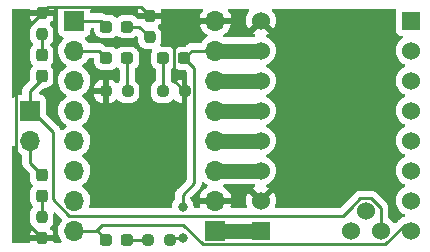
<source format=gbr>
%TF.GenerationSoftware,KiCad,Pcbnew,(6.0.11-0)*%
%TF.CreationDate,2023-02-12T12:51:19-05:00*%
%TF.ProjectId,TMC-Breakout,544d432d-4272-4656-916b-6f75742e6b69,1.0.0*%
%TF.SameCoordinates,Original*%
%TF.FileFunction,Copper,L1,Top*%
%TF.FilePolarity,Positive*%
%FSLAX46Y46*%
G04 Gerber Fmt 4.6, Leading zero omitted, Abs format (unit mm)*
G04 Created by KiCad (PCBNEW (6.0.11-0)) date 2023-02-12 12:51:19*
%MOMM*%
%LPD*%
G01*
G04 APERTURE LIST*
G04 Aperture macros list*
%AMRoundRect*
0 Rectangle with rounded corners*
0 $1 Rounding radius*
0 $2 $3 $4 $5 $6 $7 $8 $9 X,Y pos of 4 corners*
0 Add a 4 corners polygon primitive as box body*
4,1,4,$2,$3,$4,$5,$6,$7,$8,$9,$2,$3,0*
0 Add four circle primitives for the rounded corners*
1,1,$1+$1,$2,$3*
1,1,$1+$1,$4,$5*
1,1,$1+$1,$6,$7*
1,1,$1+$1,$8,$9*
0 Add four rect primitives between the rounded corners*
20,1,$1+$1,$2,$3,$4,$5,0*
20,1,$1+$1,$4,$5,$6,$7,0*
20,1,$1+$1,$6,$7,$8,$9,0*
20,1,$1+$1,$8,$9,$2,$3,0*%
G04 Aperture macros list end*
%TA.AperFunction,SMDPad,CuDef*%
%ADD10RoundRect,0.237500X-0.250000X-0.237500X0.250000X-0.237500X0.250000X0.237500X-0.250000X0.237500X0*%
%TD*%
%TA.AperFunction,SMDPad,CuDef*%
%ADD11RoundRect,0.237500X0.250000X0.237500X-0.250000X0.237500X-0.250000X-0.237500X0.250000X-0.237500X0*%
%TD*%
%TA.AperFunction,SMDPad,CuDef*%
%ADD12RoundRect,0.237500X-0.237500X0.287500X-0.237500X-0.287500X0.237500X-0.287500X0.237500X0.287500X0*%
%TD*%
%TA.AperFunction,SMDPad,CuDef*%
%ADD13RoundRect,0.237500X-0.287500X-0.237500X0.287500X-0.237500X0.287500X0.237500X-0.287500X0.237500X0*%
%TD*%
%TA.AperFunction,SMDPad,CuDef*%
%ADD14RoundRect,0.237500X-0.237500X0.250000X-0.237500X-0.250000X0.237500X-0.250000X0.237500X0.250000X0*%
%TD*%
%TA.AperFunction,ComponentPad*%
%ADD15R,1.700000X1.700000*%
%TD*%
%TA.AperFunction,ComponentPad*%
%ADD16O,1.700000X1.700000*%
%TD*%
%TA.AperFunction,SMDPad,CuDef*%
%ADD17RoundRect,0.237500X0.287500X0.237500X-0.287500X0.237500X-0.287500X-0.237500X0.287500X-0.237500X0*%
%TD*%
%TA.AperFunction,SMDPad,CuDef*%
%ADD18RoundRect,0.237500X0.237500X-0.287500X0.237500X0.287500X-0.237500X0.287500X-0.237500X-0.287500X0*%
%TD*%
%TA.AperFunction,ComponentPad*%
%ADD19R,1.524000X1.524000*%
%TD*%
%TA.AperFunction,ComponentPad*%
%ADD20C,1.524000*%
%TD*%
%TA.AperFunction,SMDPad,CuDef*%
%ADD21RoundRect,0.237500X0.237500X-0.250000X0.237500X0.250000X-0.237500X0.250000X-0.237500X-0.250000X0*%
%TD*%
%TA.AperFunction,ViaPad*%
%ADD22C,0.800000*%
%TD*%
%TA.AperFunction,Conductor*%
%ADD23C,0.254000*%
%TD*%
%TA.AperFunction,Conductor*%
%ADD24C,1.270000*%
%TD*%
G04 APERTURE END LIST*
D10*
%TO.P,R106,1*%
%TO.N,Net-(D106-Pad1)*%
X125071500Y-85997750D03*
%TO.P,R106,2*%
%TO.N,GND*%
X126896500Y-85997750D03*
%TD*%
D11*
%TO.P,R103,1*%
%TO.N,Net-(D103-Pad1)*%
X122070500Y-85997750D03*
%TO.P,R103,2*%
%TO.N,GND*%
X120245500Y-85997750D03*
%TD*%
D12*
%TO.P,D105,1,K*%
%TO.N,Net-(D105-Pad1)*%
X114808000Y-82945000D03*
%TO.P,D105,2,A*%
%TO.N,/DIAG1*%
X114808000Y-84695000D03*
%TD*%
D13*
%TO.P,D106,1,K*%
%TO.N,Net-(D106-Pad1)*%
X125109000Y-83203750D03*
%TO.P,D106,2,A*%
%TO.N,VCC*%
X126859000Y-83203750D03*
%TD*%
D14*
%TO.P,R104,1*%
%TO.N,Net-(D104-Pad1)*%
X114808000Y-96623500D03*
%TO.P,R104,2*%
%TO.N,GND*%
X114808000Y-98448500D03*
%TD*%
D15*
%TO.P,J102,1,Pin_1*%
%TO.N,VDD*%
X129515000Y-97790000D03*
D16*
%TO.P,J102,2,Pin_2*%
%TO.N,GND*%
X129515000Y-95250000D03*
%TO.P,J102,3,Pin_3*%
%TO.N,/M2B*%
X129515000Y-92710000D03*
%TO.P,J102,4,Pin_4*%
%TO.N,/M2A*%
X129515000Y-90170000D03*
%TO.P,J102,5,Pin_5*%
%TO.N,/M1A*%
X129515000Y-87630000D03*
%TO.P,J102,6,Pin_6*%
%TO.N,/M1B*%
X129515000Y-85090000D03*
%TO.P,J102,7,Pin_7*%
%TO.N,VCC*%
X129515000Y-82550000D03*
%TO.P,J102,8,Pin_8*%
%TO.N,GND*%
X129515000Y-80010000D03*
%TD*%
D11*
%TO.P,R101,1*%
%TO.N,VCC*%
X125626500Y-98552000D03*
%TO.P,R101,2*%
%TO.N,Net-(D101-Pad2)*%
X123801500Y-98552000D03*
%TD*%
D17*
%TO.P,D102,1,K*%
%TO.N,Net-(D102-Pad1)*%
X122033000Y-80518000D03*
%TO.P,D102,2,A*%
%TO.N,/DIR*%
X120283000Y-80518000D03*
%TD*%
D18*
%TO.P,D104,1,K*%
%TO.N,Net-(D104-Pad1)*%
X114808000Y-94855000D03*
%TO.P,D104,2,A*%
%TO.N,/DIAG0*%
X114808000Y-93105000D03*
%TD*%
D19*
%TO.P,U101,JP1_1,DIR*%
%TO.N,/DIR*%
X146050000Y-80010000D03*
D20*
%TO.P,U101,JP1_2,STEP*%
%TO.N,/STEP*%
X146050000Y-82550000D03*
%TO.P,U101,JP1_3,DC0*%
%TO.N,/DCO*%
X146050000Y-85090000D03*
%TO.P,U101,JP1_4,SDO/CFG0*%
%TO.N,/CFG0*%
X146050000Y-87630000D03*
%TO.P,U101,JP1_5,CS/CFG3*%
%TO.N,/CFG3*%
X146050000Y-90170000D03*
%TO.P,U101,JP1_6,SCK/CFG2*%
%TO.N,/CFG2*%
X146050000Y-92710000D03*
%TO.P,U101,JP1_7,SDI/CFG1*%
%TO.N,/CFG1*%
X146050000Y-95250000D03*
%TO.P,U101,JP1_8,EN*%
%TO.N,/~{EN}*%
X146050000Y-97790000D03*
D19*
%TO.P,U101,JP2_1,VM*%
%TO.N,VDD*%
X133350000Y-97790000D03*
D20*
%TO.P,U101,JP2_2,GND*%
%TO.N,GND*%
X133350000Y-95250000D03*
%TO.P,U101,JP2_3,M2B*%
%TO.N,/M2B*%
X133350000Y-92710000D03*
%TO.P,U101,JP2_4,M2A*%
%TO.N,/M2A*%
X133350000Y-90170000D03*
%TO.P,U101,JP2_5,M1A*%
%TO.N,/M1A*%
X133350000Y-87630000D03*
%TO.P,U101,JP2_6,M1B*%
%TO.N,/M1B*%
X133350000Y-85090000D03*
%TO.P,U101,JP2_7,VIO*%
%TO.N,VCC*%
X133350000Y-82550000D03*
%TO.P,U101,JP2_8,GND*%
%TO.N,GND*%
X133350000Y-80010000D03*
%TO.P,U101,JP3_1,DIAG0*%
%TO.N,/DIAG0*%
X140970000Y-97790000D03*
%TO.P,U101,JP3_2,DIAG1*%
%TO.N,/DIAG1*%
X143510000Y-97790000D03*
%TO.P,U101,VREF,VREF*%
%TO.N,unconnected-(U101-PadVREF)*%
X142240000Y-96139000D03*
%TD*%
D13*
%TO.P,D101,1,K*%
%TO.N,/~{EN}*%
X120283000Y-98552000D03*
%TO.P,D101,2,A*%
%TO.N,Net-(D101-Pad2)*%
X122033000Y-98552000D03*
%TD*%
D15*
%TO.P,J101,1,Pin_1*%
%TO.N,/DIR*%
X117564000Y-80025000D03*
D16*
%TO.P,J101,2,Pin_2*%
%TO.N,/STEP*%
X117564000Y-82565000D03*
%TO.P,J101,3,Pin_3*%
%TO.N,/DCO*%
X117564000Y-85105000D03*
%TO.P,J101,4,Pin_4*%
%TO.N,/CFG0*%
X117564000Y-87645000D03*
%TO.P,J101,5,Pin_5*%
%TO.N,/CFG3*%
X117564000Y-90185000D03*
%TO.P,J101,6,Pin_6*%
%TO.N,/CFG2*%
X117564000Y-92725000D03*
%TO.P,J101,7,Pin_7*%
%TO.N,/CFG1*%
X117564000Y-95265000D03*
%TO.P,J101,8,Pin_8*%
%TO.N,/~{EN}*%
X117564000Y-97805000D03*
%TD*%
D21*
%TO.P,R105,1*%
%TO.N,Net-(D105-Pad1)*%
X114808000Y-81176500D03*
%TO.P,R105,2*%
%TO.N,GND*%
X114808000Y-79351500D03*
%TD*%
%TO.P,R102,1*%
%TO.N,Net-(D102-Pad1)*%
X123952000Y-81430500D03*
%TO.P,R102,2*%
%TO.N,GND*%
X123952000Y-79605500D03*
%TD*%
D15*
%TO.P,J103,1,Pin_1*%
%TO.N,/DIAG1*%
X113792000Y-87650000D03*
D16*
%TO.P,J103,2,Pin_2*%
%TO.N,/DIAG0*%
X113792000Y-90190000D03*
%TD*%
D17*
%TO.P,D103,1,K*%
%TO.N,Net-(D103-Pad1)*%
X122033000Y-83203750D03*
%TO.P,D103,2,A*%
%TO.N,/STEP*%
X120283000Y-83203750D03*
%TD*%
D22*
%TO.N,VCC*%
X126746000Y-98460500D03*
X126746000Y-95758000D03*
%TD*%
D23*
%TO.N,/DIR*%
X120283000Y-80518000D02*
X119790000Y-80025000D01*
X119790000Y-80025000D02*
X117564000Y-80025000D01*
%TO.N,/STEP*%
X120283000Y-83203750D02*
X119644250Y-82565000D01*
X119644250Y-82565000D02*
X117564000Y-82565000D01*
%TO.N,/~{EN}*%
X145542000Y-97282000D02*
X145542000Y-97298079D01*
X145542000Y-97298079D02*
X143873079Y-98967000D01*
X126746000Y-97282000D02*
X119888000Y-97282000D01*
X146050000Y-97790000D02*
X145542000Y-97282000D01*
X119888000Y-97282000D02*
X119365000Y-97805000D01*
X143873079Y-98967000D02*
X128431000Y-98967000D01*
X119365000Y-97805000D02*
X117564000Y-97805000D01*
X120283000Y-98552000D02*
X119536000Y-97805000D01*
X128431000Y-98967000D02*
X126746000Y-97282000D01*
X119536000Y-97805000D02*
X117564000Y-97805000D01*
D24*
%TO.N,VDD*%
X129515000Y-97790000D02*
X133350000Y-97790000D01*
D23*
%TO.N,GND*%
X128312919Y-80010000D02*
X125984000Y-82338919D01*
X125984000Y-85085250D02*
X126896500Y-85997750D01*
X123194500Y-78848000D02*
X123952000Y-79605500D01*
X112615000Y-81544500D02*
X112615000Y-96255500D01*
X112615000Y-96255500D02*
X114808000Y-98448500D01*
X129515000Y-80010000D02*
X128312919Y-80010000D01*
X114808000Y-79351500D02*
X115311500Y-78848000D01*
X114808000Y-79351500D02*
X112615000Y-81544500D01*
X115311500Y-78848000D02*
X123194500Y-78848000D01*
X125984000Y-82338919D02*
X125984000Y-85085250D01*
D24*
%TO.N,/M2B*%
X129515000Y-92710000D02*
X133350000Y-92710000D01*
%TO.N,/M2A*%
X129515000Y-90170000D02*
X133350000Y-90170000D01*
%TO.N,/M1A*%
X129515000Y-87630000D02*
X133350000Y-87630000D01*
%TO.N,/M1B*%
X129515000Y-85090000D02*
X133350000Y-85090000D01*
D23*
%TO.N,VCC*%
X125730000Y-98448500D02*
X125665500Y-98513000D01*
X127512750Y-82550000D02*
X126859000Y-83203750D01*
X127711000Y-93777000D02*
X126746000Y-94742000D01*
X126746000Y-94742000D02*
X126746000Y-95758000D01*
X129515000Y-82550000D02*
X127512750Y-82550000D01*
X126859000Y-83203750D02*
X127711000Y-84055750D01*
D24*
X129515000Y-82550000D02*
X133350000Y-82550000D01*
D23*
X126746000Y-98460500D02*
X125718000Y-98460500D01*
X125665500Y-98513000D02*
X125626500Y-98513000D01*
X127711000Y-84055750D02*
X127711000Y-93777000D01*
X125718000Y-98460500D02*
X125626500Y-98552000D01*
%TO.N,/DIAG0*%
X114808000Y-93067500D02*
X113792000Y-92051500D01*
X113792000Y-92051500D02*
X113792000Y-90190000D01*
%TO.N,/DIAG1*%
X140970000Y-95885000D02*
X140335000Y-96520000D01*
X117154470Y-96520000D02*
X115761000Y-95126530D01*
X113792000Y-86002500D02*
X114808000Y-84986500D01*
X143510000Y-97790000D02*
X143510000Y-95868921D01*
X115761000Y-89403000D02*
X114008000Y-87650000D01*
X143510000Y-95868921D02*
X142691079Y-95050000D01*
X113792000Y-87650000D02*
X113792000Y-86002500D01*
X140970000Y-95868921D02*
X140970000Y-95885000D01*
X115761000Y-95126530D02*
X115761000Y-89403000D01*
X141788921Y-95050000D02*
X140970000Y-95868921D01*
X140335000Y-96520000D02*
X117154470Y-96520000D01*
X142691079Y-95050000D02*
X141788921Y-95050000D01*
%TO.N,Net-(D101-Pad2)*%
X123801500Y-98552000D02*
X122033000Y-98552000D01*
%TO.N,Net-(D102-Pad1)*%
X122033000Y-80518000D02*
X123039500Y-80518000D01*
X123039500Y-80518000D02*
X123952000Y-81430500D01*
%TO.N,Net-(D103-Pad1)*%
X122033000Y-83203750D02*
X122033000Y-85960250D01*
%TO.N,Net-(D104-Pad1)*%
X114808000Y-94855000D02*
X114808000Y-96623500D01*
%TO.N,Net-(D105-Pad1)*%
X114808000Y-81176500D02*
X114808000Y-82945000D01*
%TO.N,Net-(D106-Pad1)*%
X125109000Y-83058000D02*
X125109000Y-85960250D01*
X125109000Y-85960250D02*
X125071500Y-85997750D01*
%TD*%
%TA.AperFunction,Conductor*%
%TO.N,GND*%
G36*
X112477012Y-90599125D02*
G01*
X112511243Y-90646945D01*
X112575266Y-90804616D01*
X112577965Y-90809020D01*
X112685971Y-90985270D01*
X112691987Y-90995088D01*
X112838250Y-91163938D01*
X112944294Y-91251977D01*
X113000123Y-91298327D01*
X113010126Y-91306632D01*
X113094072Y-91355686D01*
X113142794Y-91407324D01*
X113156500Y-91464473D01*
X113156500Y-91972480D01*
X113155970Y-91983714D01*
X113154292Y-91991219D01*
X113154541Y-91999138D01*
X113156438Y-92059512D01*
X113156500Y-92063469D01*
X113156500Y-92091483D01*
X113156996Y-92095408D01*
X113156996Y-92095409D01*
X113157008Y-92095504D01*
X113157941Y-92107349D01*
X113159335Y-92151705D01*
X113161547Y-92159317D01*
X113165013Y-92171248D01*
X113169023Y-92190612D01*
X113171573Y-92210799D01*
X113174489Y-92218163D01*
X113174490Y-92218168D01*
X113187907Y-92252056D01*
X113191752Y-92263285D01*
X113204131Y-92305893D01*
X113208169Y-92312720D01*
X113208170Y-92312723D01*
X113214488Y-92323406D01*
X113223188Y-92341164D01*
X113227761Y-92352715D01*
X113227765Y-92352721D01*
X113230681Y-92360088D01*
X113235339Y-92366499D01*
X113235340Y-92366501D01*
X113256764Y-92395988D01*
X113263281Y-92405910D01*
X113281826Y-92437268D01*
X113281829Y-92437272D01*
X113285866Y-92444098D01*
X113300250Y-92458482D01*
X113313091Y-92473516D01*
X113325058Y-92489987D01*
X113331166Y-92495040D01*
X113359255Y-92518277D01*
X113368035Y-92526267D01*
X113787595Y-92945827D01*
X113821621Y-93008139D01*
X113824500Y-93034922D01*
X113824500Y-93442072D01*
X113824837Y-93445318D01*
X113824837Y-93445322D01*
X113834005Y-93533678D01*
X113835293Y-93546093D01*
X113837474Y-93552629D01*
X113837474Y-93552631D01*
X113880995Y-93683080D01*
X113890346Y-93711107D01*
X113912576Y-93747031D01*
X113968211Y-93836935D01*
X113981884Y-93859031D01*
X114013787Y-93890879D01*
X114047866Y-93953159D01*
X114042863Y-94023979D01*
X114013943Y-94069067D01*
X114011346Y-94071669D01*
X113981071Y-94101997D01*
X113977231Y-94108227D01*
X113977230Y-94108228D01*
X113898005Y-94236755D01*
X113889791Y-94250080D01*
X113835026Y-94415191D01*
X113834326Y-94422027D01*
X113834325Y-94422030D01*
X113831879Y-94445907D01*
X113824500Y-94517928D01*
X113824500Y-95192072D01*
X113824837Y-95195318D01*
X113824837Y-95195322D01*
X113832067Y-95265000D01*
X113835293Y-95296093D01*
X113890346Y-95461107D01*
X113981884Y-95609031D01*
X113987066Y-95614204D01*
X114041786Y-95668828D01*
X114075866Y-95731111D01*
X114070863Y-95801931D01*
X114041943Y-95847019D01*
X113981071Y-95907997D01*
X113977231Y-95914227D01*
X113977230Y-95914228D01*
X113915259Y-96014764D01*
X113889791Y-96056080D01*
X113835026Y-96221191D01*
X113834326Y-96228027D01*
X113834325Y-96228030D01*
X113833587Y-96235234D01*
X113824500Y-96323928D01*
X113824500Y-96923072D01*
X113824837Y-96926318D01*
X113824837Y-96926322D01*
X113828988Y-96966322D01*
X113835293Y-97027093D01*
X113837474Y-97033629D01*
X113837474Y-97033631D01*
X113881768Y-97166395D01*
X113890346Y-97192107D01*
X113981884Y-97340031D01*
X114089141Y-97447101D01*
X114123220Y-97509382D01*
X114118217Y-97580202D01*
X114089296Y-97625291D01*
X113986637Y-97728129D01*
X113977625Y-97739540D01*
X113894088Y-97875063D01*
X113887944Y-97888241D01*
X113837685Y-98039766D01*
X113834819Y-98053132D01*
X113825328Y-98145770D01*
X113825000Y-98152185D01*
X113825000Y-98176385D01*
X113829475Y-98191624D01*
X113830865Y-98192829D01*
X113838548Y-98194500D01*
X115772885Y-98194500D01*
X115788124Y-98190025D01*
X115789329Y-98188635D01*
X115791000Y-98180952D01*
X115791000Y-98152234D01*
X115790663Y-98145718D01*
X115780925Y-98051868D01*
X115778032Y-98038472D01*
X115727512Y-97887047D01*
X115721347Y-97873885D01*
X115637574Y-97738508D01*
X115628540Y-97727110D01*
X115526860Y-97625607D01*
X115492781Y-97563324D01*
X115497784Y-97492504D01*
X115526705Y-97447416D01*
X115527022Y-97447099D01*
X115634929Y-97339003D01*
X115659321Y-97299432D01*
X115722369Y-97197150D01*
X115722370Y-97197148D01*
X115726209Y-97190920D01*
X115780974Y-97025809D01*
X115791500Y-96923072D01*
X115791500Y-96359952D01*
X115811502Y-96291831D01*
X115865158Y-96245338D01*
X115935432Y-96235234D01*
X116000012Y-96264728D01*
X116006595Y-96270857D01*
X116504633Y-96768895D01*
X116538659Y-96831207D01*
X116533594Y-96902022D01*
X116510614Y-96938697D01*
X116511457Y-96939379D01*
X116508200Y-96943401D01*
X116504629Y-96947138D01*
X116501715Y-96951410D01*
X116501714Y-96951411D01*
X116445627Y-97033631D01*
X116378743Y-97131680D01*
X116354470Y-97183972D01*
X116329639Y-97237467D01*
X116284688Y-97334305D01*
X116224989Y-97549570D01*
X116201251Y-97771695D01*
X116201548Y-97776848D01*
X116201548Y-97776851D01*
X116202622Y-97795475D01*
X116214110Y-97994715D01*
X116215247Y-97999761D01*
X116215248Y-97999767D01*
X116226990Y-98051868D01*
X116263222Y-98212639D01*
X116347266Y-98419616D01*
X116349965Y-98424020D01*
X116463987Y-98610088D01*
X116462896Y-98610757D01*
X116484941Y-98671867D01*
X116469102Y-98741074D01*
X116418361Y-98790732D01*
X116359172Y-98805500D01*
X115910247Y-98805500D01*
X115842126Y-98785498D01*
X115795633Y-98731842D01*
X115789351Y-98714999D01*
X115786525Y-98705376D01*
X115785135Y-98704171D01*
X115777452Y-98702500D01*
X113843115Y-98702500D01*
X113827876Y-98706975D01*
X113824819Y-98710503D01*
X113793098Y-98768596D01*
X113730786Y-98802621D01*
X113704003Y-98805500D01*
X112394500Y-98805500D01*
X112326379Y-98785498D01*
X112279886Y-98731842D01*
X112268500Y-98679500D01*
X112268500Y-90694349D01*
X112288502Y-90626228D01*
X112342158Y-90579735D01*
X112412432Y-90569631D01*
X112477012Y-90599125D01*
G37*
%TD.AperFunction*%
%TA.AperFunction,Conductor*%
G36*
X122942352Y-79014502D02*
G01*
X122988845Y-79068158D01*
X122998949Y-79138432D01*
X122993824Y-79160167D01*
X122981685Y-79196765D01*
X122978819Y-79210132D01*
X122969328Y-79302770D01*
X122969000Y-79309185D01*
X122969000Y-79333385D01*
X122973475Y-79348624D01*
X122974865Y-79349829D01*
X122982548Y-79351500D01*
X124916885Y-79351500D01*
X124932124Y-79347025D01*
X124933329Y-79345635D01*
X124935000Y-79337952D01*
X124935000Y-79309234D01*
X124934663Y-79302718D01*
X124924925Y-79208868D01*
X124922032Y-79195471D01*
X124910323Y-79160376D01*
X124907739Y-79089426D01*
X124943923Y-79028342D01*
X125007387Y-78996518D01*
X125029847Y-78994500D01*
X128325293Y-78994500D01*
X128393414Y-79014502D01*
X128439907Y-79068158D01*
X128450011Y-79138432D01*
X128429381Y-79191505D01*
X128333095Y-79332655D01*
X128328000Y-79341623D01*
X128238338Y-79534783D01*
X128234775Y-79544470D01*
X128179389Y-79744183D01*
X128180912Y-79752607D01*
X128193292Y-79756000D01*
X130833344Y-79756000D01*
X130846875Y-79752027D01*
X130848180Y-79742947D01*
X130806214Y-79575875D01*
X130802894Y-79566124D01*
X130717972Y-79370814D01*
X130713105Y-79361739D01*
X130601317Y-79188940D01*
X130581110Y-79120880D01*
X130600906Y-79052699D01*
X130654421Y-79006045D01*
X130707109Y-78994500D01*
X132268634Y-78994500D01*
X132336755Y-79014502D01*
X132383248Y-79068158D01*
X132393352Y-79138432D01*
X132371847Y-79192770D01*
X132249102Y-79368070D01*
X132243624Y-79377556D01*
X132154355Y-79568993D01*
X132150609Y-79579285D01*
X132095941Y-79783309D01*
X132094038Y-79794104D01*
X132075628Y-80004525D01*
X132075628Y-80015475D01*
X132094038Y-80225896D01*
X132095941Y-80236691D01*
X132150609Y-80440715D01*
X132154355Y-80451007D01*
X132243623Y-80642441D01*
X132249103Y-80651932D01*
X132279794Y-80695765D01*
X132290271Y-80704140D01*
X132303718Y-80697072D01*
X133260905Y-79739885D01*
X133323217Y-79705859D01*
X133394032Y-79710924D01*
X133439095Y-79739885D01*
X134397003Y-80697793D01*
X134408777Y-80704223D01*
X134420793Y-80694926D01*
X134450897Y-80651932D01*
X134456377Y-80642441D01*
X134545645Y-80451007D01*
X134549391Y-80440715D01*
X134604059Y-80236691D01*
X134605962Y-80225896D01*
X134624372Y-80015475D01*
X134624372Y-80004525D01*
X134605962Y-79794104D01*
X134604059Y-79783309D01*
X134549391Y-79579285D01*
X134545645Y-79568993D01*
X134456376Y-79377556D01*
X134450898Y-79368070D01*
X134328153Y-79192770D01*
X134305465Y-79125496D01*
X134322750Y-79056636D01*
X134374520Y-79008052D01*
X134431366Y-78994500D01*
X144661842Y-78994500D01*
X144729963Y-79014502D01*
X144776456Y-79068158D01*
X144786398Y-79137303D01*
X144786255Y-79137684D01*
X144785661Y-79143156D01*
X144785660Y-79143159D01*
X144783790Y-79160376D01*
X144779500Y-79199866D01*
X144779500Y-80820134D01*
X144786255Y-80882316D01*
X144837385Y-81018705D01*
X144924739Y-81135261D01*
X145041295Y-81222615D01*
X145177684Y-81273745D01*
X145239866Y-81280500D01*
X145248364Y-81280500D01*
X145316485Y-81300502D01*
X145362978Y-81354158D01*
X145373082Y-81424432D01*
X145343588Y-81489012D01*
X145320635Y-81509713D01*
X145234730Y-81569864D01*
X145234727Y-81569866D01*
X145230219Y-81573023D01*
X145073023Y-81730219D01*
X145069866Y-81734727D01*
X145069864Y-81734730D01*
X144948669Y-81907815D01*
X144945512Y-81912324D01*
X144943189Y-81917306D01*
X144943186Y-81917311D01*
X144858325Y-82099297D01*
X144851560Y-82113804D01*
X144850138Y-82119112D01*
X144850137Y-82119114D01*
X144842932Y-82146003D01*
X144794022Y-82328537D01*
X144774647Y-82550000D01*
X144794022Y-82771463D01*
X144851560Y-82986196D01*
X144853882Y-82991177D01*
X144853883Y-82991178D01*
X144943186Y-83182689D01*
X144943189Y-83182694D01*
X144945512Y-83187676D01*
X144948668Y-83192183D01*
X144948669Y-83192185D01*
X145034500Y-83314764D01*
X145073023Y-83369781D01*
X145230219Y-83526977D01*
X145234727Y-83530134D01*
X145234730Y-83530136D01*
X145253062Y-83542972D01*
X145412323Y-83654488D01*
X145417305Y-83656811D01*
X145417310Y-83656814D01*
X145522373Y-83705805D01*
X145575658Y-83752722D01*
X145595119Y-83820999D01*
X145574577Y-83888959D01*
X145522373Y-83934195D01*
X145417311Y-83983186D01*
X145417306Y-83983189D01*
X145412324Y-83985512D01*
X145407817Y-83988668D01*
X145407815Y-83988669D01*
X145234730Y-84109864D01*
X145234727Y-84109866D01*
X145230219Y-84113023D01*
X145073023Y-84270219D01*
X145069866Y-84274727D01*
X145069864Y-84274730D01*
X144948669Y-84447815D01*
X144945512Y-84452324D01*
X144943189Y-84457306D01*
X144943186Y-84457311D01*
X144858325Y-84639297D01*
X144851560Y-84653804D01*
X144794022Y-84868537D01*
X144774647Y-85090000D01*
X144794022Y-85311463D01*
X144829222Y-85442830D01*
X144848487Y-85514726D01*
X144851560Y-85526196D01*
X144853882Y-85531177D01*
X144853883Y-85531178D01*
X144943186Y-85722689D01*
X144943189Y-85722694D01*
X144945512Y-85727676D01*
X144948668Y-85732183D01*
X144948669Y-85732185D01*
X145047610Y-85873487D01*
X145073023Y-85909781D01*
X145230219Y-86066977D01*
X145234727Y-86070134D01*
X145234730Y-86070136D01*
X145298990Y-86115131D01*
X145412323Y-86194488D01*
X145417305Y-86196811D01*
X145417310Y-86196814D01*
X145522373Y-86245805D01*
X145575658Y-86292722D01*
X145595119Y-86360999D01*
X145574577Y-86428959D01*
X145522373Y-86474195D01*
X145417311Y-86523186D01*
X145417306Y-86523189D01*
X145412324Y-86525512D01*
X145407817Y-86528668D01*
X145407815Y-86528669D01*
X145234730Y-86649864D01*
X145234727Y-86649866D01*
X145230219Y-86653023D01*
X145073023Y-86810219D01*
X145069866Y-86814727D01*
X145069864Y-86814730D01*
X144955630Y-86977874D01*
X144945512Y-86992324D01*
X144943189Y-86997306D01*
X144943186Y-86997311D01*
X144858325Y-87179297D01*
X144851560Y-87193804D01*
X144794022Y-87408537D01*
X144774647Y-87630000D01*
X144794022Y-87851463D01*
X144851560Y-88066196D01*
X144853882Y-88071177D01*
X144853883Y-88071178D01*
X144943186Y-88262689D01*
X144943189Y-88262694D01*
X144945512Y-88267676D01*
X144948668Y-88272183D01*
X144948669Y-88272185D01*
X145034500Y-88394764D01*
X145073023Y-88449781D01*
X145230219Y-88606977D01*
X145234727Y-88610134D01*
X145234730Y-88610136D01*
X145298990Y-88655131D01*
X145412323Y-88734488D01*
X145417305Y-88736811D01*
X145417310Y-88736814D01*
X145522373Y-88785805D01*
X145575658Y-88832722D01*
X145595119Y-88900999D01*
X145574577Y-88968959D01*
X145522373Y-89014195D01*
X145417311Y-89063186D01*
X145417306Y-89063189D01*
X145412324Y-89065512D01*
X145407817Y-89068668D01*
X145407815Y-89068669D01*
X145234730Y-89189864D01*
X145234727Y-89189866D01*
X145230219Y-89193023D01*
X145073023Y-89350219D01*
X145069866Y-89354727D01*
X145069864Y-89354730D01*
X144948669Y-89527815D01*
X144945512Y-89532324D01*
X144943189Y-89537306D01*
X144943186Y-89537311D01*
X144939209Y-89545840D01*
X144851560Y-89733804D01*
X144794022Y-89948537D01*
X144774647Y-90170000D01*
X144794022Y-90391463D01*
X144851560Y-90606196D01*
X144853882Y-90611177D01*
X144853883Y-90611178D01*
X144943186Y-90802689D01*
X144943189Y-90802694D01*
X144945512Y-90807676D01*
X144948668Y-90812183D01*
X144948669Y-90812185D01*
X145066269Y-90980135D01*
X145073023Y-90989781D01*
X145230219Y-91146977D01*
X145234727Y-91150134D01*
X145234730Y-91150136D01*
X145298990Y-91195131D01*
X145412323Y-91274488D01*
X145417305Y-91276811D01*
X145417310Y-91276814D01*
X145522373Y-91325805D01*
X145575658Y-91372722D01*
X145595119Y-91440999D01*
X145574577Y-91508959D01*
X145522373Y-91554195D01*
X145417311Y-91603186D01*
X145417306Y-91603189D01*
X145412324Y-91605512D01*
X145407817Y-91608668D01*
X145407815Y-91608669D01*
X145234730Y-91729864D01*
X145234727Y-91729866D01*
X145230219Y-91733023D01*
X145073023Y-91890219D01*
X145069866Y-91894727D01*
X145069864Y-91894730D01*
X144951712Y-92063469D01*
X144945512Y-92072324D01*
X144943189Y-92077306D01*
X144943186Y-92077311D01*
X144861701Y-92252056D01*
X144851560Y-92273804D01*
X144794022Y-92488537D01*
X144774647Y-92710000D01*
X144794022Y-92931463D01*
X144851560Y-93146196D01*
X144853882Y-93151177D01*
X144853883Y-93151178D01*
X144943186Y-93342689D01*
X144943189Y-93342694D01*
X144945512Y-93347676D01*
X144948668Y-93352183D01*
X144948669Y-93352185D01*
X145061811Y-93513768D01*
X145073023Y-93529781D01*
X145230219Y-93686977D01*
X145234727Y-93690134D01*
X145234730Y-93690136D01*
X145298990Y-93735131D01*
X145412323Y-93814488D01*
X145417305Y-93816811D01*
X145417310Y-93816814D01*
X145522373Y-93865805D01*
X145575658Y-93912722D01*
X145595119Y-93980999D01*
X145574577Y-94048959D01*
X145522373Y-94094195D01*
X145417311Y-94143186D01*
X145417306Y-94143189D01*
X145412324Y-94145512D01*
X145407817Y-94148668D01*
X145407815Y-94148669D01*
X145234730Y-94269864D01*
X145234727Y-94269866D01*
X145230219Y-94273023D01*
X145073023Y-94430219D01*
X145069866Y-94434727D01*
X145069864Y-94434730D01*
X144949151Y-94607127D01*
X144945512Y-94612324D01*
X144943189Y-94617306D01*
X144943186Y-94617311D01*
X144898076Y-94714050D01*
X144851560Y-94813804D01*
X144794022Y-95028537D01*
X144774647Y-95250000D01*
X144794022Y-95471463D01*
X144851560Y-95686196D01*
X144853882Y-95691177D01*
X144853883Y-95691178D01*
X144943186Y-95882689D01*
X144943189Y-95882694D01*
X144945512Y-95887676D01*
X144948668Y-95892183D01*
X144948669Y-95892185D01*
X145068295Y-96063028D01*
X145073023Y-96069781D01*
X145230219Y-96226977D01*
X145234727Y-96230134D01*
X145234730Y-96230136D01*
X145242011Y-96235234D01*
X145412323Y-96354488D01*
X145417305Y-96356811D01*
X145417310Y-96356814D01*
X145522373Y-96405805D01*
X145575658Y-96452722D01*
X145595119Y-96520999D01*
X145574577Y-96588959D01*
X145522373Y-96634195D01*
X145513499Y-96638333D01*
X145468161Y-96649889D01*
X145429885Y-96652297D01*
X145429883Y-96652297D01*
X145421973Y-96652795D01*
X145414652Y-96655174D01*
X145414017Y-96655264D01*
X145410557Y-96655980D01*
X145409932Y-96656151D01*
X145402268Y-96656876D01*
X145394805Y-96659563D01*
X145394804Y-96659563D01*
X145338006Y-96680011D01*
X145334263Y-96681293D01*
X145276803Y-96699963D01*
X145276801Y-96699964D01*
X145269267Y-96702412D01*
X145262772Y-96706534D01*
X145262188Y-96706776D01*
X145258988Y-96708344D01*
X145258438Y-96708657D01*
X145251196Y-96711265D01*
X145244635Y-96715724D01*
X145194689Y-96749667D01*
X145191434Y-96751806D01*
X145133697Y-96788447D01*
X145128432Y-96794054D01*
X145127934Y-96794428D01*
X145125200Y-96796762D01*
X145124754Y-96797194D01*
X145118396Y-96801515D01*
X145073179Y-96852804D01*
X145070565Y-96855676D01*
X145023783Y-96905494D01*
X145020078Y-96912233D01*
X145019678Y-96912732D01*
X145017631Y-96915646D01*
X145017299Y-96916188D01*
X145012213Y-96921957D01*
X145008615Y-96929018D01*
X145007434Y-96930756D01*
X144992316Y-96949030D01*
X144792547Y-97148799D01*
X144730235Y-97182825D01*
X144659420Y-97177760D01*
X144600239Y-97131974D01*
X144490140Y-96974735D01*
X144490135Y-96974729D01*
X144486977Y-96970219D01*
X144329781Y-96813023D01*
X144325273Y-96809866D01*
X144325270Y-96809864D01*
X144199229Y-96721609D01*
X144154901Y-96666152D01*
X144145500Y-96618396D01*
X144145500Y-95947941D01*
X144146030Y-95936707D01*
X144147708Y-95929202D01*
X144145562Y-95860909D01*
X144145500Y-95856952D01*
X144145500Y-95828938D01*
X144144992Y-95824917D01*
X144144058Y-95813065D01*
X144143989Y-95810842D01*
X144142665Y-95768716D01*
X144136987Y-95749172D01*
X144132977Y-95729809D01*
X144131420Y-95717481D01*
X144131420Y-95717479D01*
X144130427Y-95709622D01*
X144127511Y-95702258D01*
X144127510Y-95702253D01*
X144114093Y-95668365D01*
X144110248Y-95657136D01*
X144100080Y-95622140D01*
X144097869Y-95614528D01*
X144087510Y-95597012D01*
X144078813Y-95579262D01*
X144071319Y-95560333D01*
X144066042Y-95553069D01*
X144045241Y-95524440D01*
X144038722Y-95514516D01*
X144020170Y-95483145D01*
X144020166Y-95483140D01*
X144016134Y-95476322D01*
X144001747Y-95461935D01*
X143988906Y-95446901D01*
X143981602Y-95436848D01*
X143976942Y-95430434D01*
X143942750Y-95402148D01*
X143933971Y-95394159D01*
X143196329Y-94656517D01*
X143188753Y-94648191D01*
X143184632Y-94641697D01*
X143134813Y-94594914D01*
X143131972Y-94592160D01*
X143112173Y-94572361D01*
X143109048Y-94569937D01*
X143109039Y-94569929D01*
X143108953Y-94569863D01*
X143099928Y-94562155D01*
X143073364Y-94537210D01*
X143067585Y-94531783D01*
X143049748Y-94521977D01*
X143033232Y-94511127D01*
X143017146Y-94498650D01*
X142976413Y-94481024D01*
X142965765Y-94475807D01*
X142940888Y-94462131D01*
X142926882Y-94454431D01*
X142919207Y-94452460D01*
X142919201Y-94452458D01*
X142907168Y-94449369D01*
X142888466Y-94442966D01*
X142869787Y-94434883D01*
X142829992Y-94428580D01*
X142825952Y-94427940D01*
X142814339Y-94425535D01*
X142771361Y-94414500D01*
X142751014Y-94414500D01*
X142731303Y-94412949D01*
X142719029Y-94411005D01*
X142711200Y-94409765D01*
X142703308Y-94410511D01*
X142667023Y-94413941D01*
X142655165Y-94414500D01*
X141867941Y-94414500D01*
X141856707Y-94413970D01*
X141849202Y-94412292D01*
X141781492Y-94414420D01*
X141780909Y-94414438D01*
X141776952Y-94414500D01*
X141748938Y-94414500D01*
X141745013Y-94414996D01*
X141745012Y-94414996D01*
X141744917Y-94415008D01*
X141733072Y-94415941D01*
X141703251Y-94416878D01*
X141696639Y-94417086D01*
X141696638Y-94417086D01*
X141688716Y-94417335D01*
X141669472Y-94422926D01*
X141669173Y-94423013D01*
X141649809Y-94427023D01*
X141637481Y-94428580D01*
X141637479Y-94428580D01*
X141629622Y-94429573D01*
X141622258Y-94432489D01*
X141622253Y-94432490D01*
X141588365Y-94445907D01*
X141577136Y-94449752D01*
X141567823Y-94452458D01*
X141534528Y-94462131D01*
X141527702Y-94466168D01*
X141517012Y-94472490D01*
X141499262Y-94481187D01*
X141480333Y-94488681D01*
X141473917Y-94493342D01*
X141473916Y-94493343D01*
X141466612Y-94498650D01*
X141445653Y-94513878D01*
X141444440Y-94514759D01*
X141434516Y-94521278D01*
X141403145Y-94539830D01*
X141403140Y-94539834D01*
X141396322Y-94543866D01*
X141381935Y-94558253D01*
X141366901Y-94571094D01*
X141350434Y-94583058D01*
X141345381Y-94589166D01*
X141322149Y-94617249D01*
X141314159Y-94626029D01*
X140576517Y-95363671D01*
X140568191Y-95371247D01*
X140561697Y-95375368D01*
X140536548Y-95402149D01*
X140514915Y-95425186D01*
X140512160Y-95428028D01*
X140492361Y-95447827D01*
X140489937Y-95450952D01*
X140489929Y-95450961D01*
X140489863Y-95451047D01*
X140482155Y-95460072D01*
X140451783Y-95492415D01*
X140447965Y-95499360D01*
X140447962Y-95499364D01*
X140445681Y-95503513D01*
X140424363Y-95531904D01*
X140108672Y-95847595D01*
X140046360Y-95881621D01*
X140019577Y-95884500D01*
X134653198Y-95884500D01*
X134585077Y-95864498D01*
X134538584Y-95810842D01*
X134528480Y-95740568D01*
X134539004Y-95705249D01*
X134545643Y-95691012D01*
X134549391Y-95680715D01*
X134604059Y-95476691D01*
X134605962Y-95465896D01*
X134624372Y-95255475D01*
X134624372Y-95244525D01*
X134605962Y-95034104D01*
X134604059Y-95023309D01*
X134549391Y-94819285D01*
X134545645Y-94808993D01*
X134456377Y-94617559D01*
X134450897Y-94608068D01*
X134420206Y-94564235D01*
X134409729Y-94555860D01*
X134396282Y-94562928D01*
X133439095Y-95520115D01*
X133376783Y-95554141D01*
X133305968Y-95549076D01*
X133260905Y-95520115D01*
X132302997Y-94562207D01*
X132291223Y-94555777D01*
X132279207Y-94565074D01*
X132249103Y-94608068D01*
X132243623Y-94617559D01*
X132154355Y-94808993D01*
X132150609Y-94819285D01*
X132095941Y-95023309D01*
X132094038Y-95034104D01*
X132075628Y-95244525D01*
X132075628Y-95255475D01*
X132094038Y-95465896D01*
X132095941Y-95476691D01*
X132150609Y-95680715D01*
X132154357Y-95691012D01*
X132160996Y-95705249D01*
X132171658Y-95775440D01*
X132142679Y-95840253D01*
X132083259Y-95879110D01*
X132046802Y-95884500D01*
X130911562Y-95884500D01*
X130843441Y-95864498D01*
X130796948Y-95810842D01*
X130786844Y-95740568D01*
X130791004Y-95721871D01*
X130845377Y-95542910D01*
X130847555Y-95532837D01*
X130848986Y-95521962D01*
X130846775Y-95507778D01*
X130833617Y-95504000D01*
X128198225Y-95504000D01*
X128184694Y-95507973D01*
X128183257Y-95517966D01*
X128213565Y-95652446D01*
X128216646Y-95662280D01*
X128236468Y-95711097D01*
X128243564Y-95781738D01*
X128211341Y-95845001D01*
X128150031Y-95880801D01*
X128119725Y-95884500D01*
X127784814Y-95884500D01*
X127716693Y-95864498D01*
X127670200Y-95810842D01*
X127659244Y-95760476D01*
X127659504Y-95758000D01*
X127643707Y-95607702D01*
X127640232Y-95574635D01*
X127640232Y-95574633D01*
X127639542Y-95568072D01*
X127580527Y-95386444D01*
X127485040Y-95221056D01*
X127413864Y-95142007D01*
X127383146Y-95078000D01*
X127381500Y-95057697D01*
X127381500Y-95057423D01*
X127401502Y-94989302D01*
X127418405Y-94968327D01*
X127750459Y-94636274D01*
X128104488Y-94282245D01*
X128112807Y-94274675D01*
X128119303Y-94270553D01*
X128142703Y-94245635D01*
X128166085Y-94220735D01*
X128168840Y-94217893D01*
X128188639Y-94198094D01*
X128191068Y-94194963D01*
X128191072Y-94194958D01*
X128191139Y-94194872D01*
X128198847Y-94185847D01*
X128223791Y-94159285D01*
X128223794Y-94159281D01*
X128229217Y-94153506D01*
X128233036Y-94146560D01*
X128233039Y-94146555D01*
X128239022Y-94135672D01*
X128249878Y-94119144D01*
X128257492Y-94109329D01*
X128257494Y-94109326D01*
X128262349Y-94103067D01*
X128265495Y-94095797D01*
X128265498Y-94095792D01*
X128279969Y-94062350D01*
X128285192Y-94051689D01*
X128302749Y-94019753D01*
X128302751Y-94019748D01*
X128306569Y-94012803D01*
X128308539Y-94005129D01*
X128308542Y-94005122D01*
X128311632Y-93993087D01*
X128318036Y-93974382D01*
X128322967Y-93962987D01*
X128326117Y-93955708D01*
X128332881Y-93913002D01*
X128333060Y-93911873D01*
X128335467Y-93900251D01*
X128346500Y-93857282D01*
X128346500Y-93836935D01*
X128348051Y-93817224D01*
X128349995Y-93804950D01*
X128351235Y-93797121D01*
X128350362Y-93787886D01*
X128350564Y-93786843D01*
X128350738Y-93781306D01*
X128351631Y-93781334D01*
X128363861Y-93718184D01*
X128412900Y-93666846D01*
X128481911Y-93650170D01*
X128548982Y-93673451D01*
X128560588Y-93683174D01*
X128561250Y-93683938D01*
X128733126Y-93826632D01*
X128797416Y-93864200D01*
X128806955Y-93869774D01*
X128855679Y-93921412D01*
X128868750Y-93991195D01*
X128842019Y-94056967D01*
X128801562Y-94090327D01*
X128793457Y-94094546D01*
X128784738Y-94100036D01*
X128614433Y-94227905D01*
X128606726Y-94234748D01*
X128459590Y-94388717D01*
X128453104Y-94396727D01*
X128333098Y-94572649D01*
X128328000Y-94581623D01*
X128238338Y-94774783D01*
X128234775Y-94784470D01*
X128179389Y-94984183D01*
X128180912Y-94992607D01*
X128193292Y-94996000D01*
X130833344Y-94996000D01*
X130846875Y-94992027D01*
X130848180Y-94982947D01*
X130806214Y-94815875D01*
X130802894Y-94806124D01*
X130717972Y-94610814D01*
X130713105Y-94601739D01*
X130597426Y-94422926D01*
X130591136Y-94414757D01*
X130447806Y-94257240D01*
X130440273Y-94250215D01*
X130273139Y-94118222D01*
X130264556Y-94112520D01*
X130227602Y-94092120D01*
X130177631Y-94041687D01*
X130162859Y-93972245D01*
X130187975Y-93905839D01*
X130215328Y-93879231D01*
X130218568Y-93876920D01*
X130291735Y-93853500D01*
X132768051Y-93853500D01*
X132821305Y-93865307D01*
X132822969Y-93866083D01*
X132876252Y-93913002D01*
X132895711Y-93981280D01*
X132875167Y-94049239D01*
X132822965Y-94094471D01*
X132717559Y-94143623D01*
X132708068Y-94149103D01*
X132664235Y-94179794D01*
X132655860Y-94190271D01*
X132662928Y-94203718D01*
X133337188Y-94877978D01*
X133351132Y-94885592D01*
X133352965Y-94885461D01*
X133359580Y-94881210D01*
X134037793Y-94202997D01*
X134044223Y-94191223D01*
X134034926Y-94179207D01*
X133991931Y-94149102D01*
X133982445Y-94143624D01*
X133877035Y-94094471D01*
X133823750Y-94047554D01*
X133804289Y-93979277D01*
X133824831Y-93911317D01*
X133877035Y-93866081D01*
X133982690Y-93816814D01*
X133982695Y-93816811D01*
X133987677Y-93814488D01*
X134101010Y-93735131D01*
X134165270Y-93690136D01*
X134165273Y-93690134D01*
X134169781Y-93686977D01*
X134326977Y-93529781D01*
X134338190Y-93513768D01*
X134451331Y-93352185D01*
X134451332Y-93352183D01*
X134454488Y-93347676D01*
X134456811Y-93342694D01*
X134456814Y-93342689D01*
X134546117Y-93151178D01*
X134546118Y-93151177D01*
X134548440Y-93146196D01*
X134605978Y-92931463D01*
X134625353Y-92710000D01*
X134605978Y-92488537D01*
X134548440Y-92273804D01*
X134538299Y-92252056D01*
X134456814Y-92077311D01*
X134456811Y-92077306D01*
X134454488Y-92072324D01*
X134448288Y-92063469D01*
X134330136Y-91894730D01*
X134330134Y-91894727D01*
X134326977Y-91890219D01*
X134169781Y-91733023D01*
X134165273Y-91729866D01*
X134165270Y-91729864D01*
X134054223Y-91652108D01*
X133987677Y-91605512D01*
X133982695Y-91603189D01*
X133982690Y-91603186D01*
X133877627Y-91554195D01*
X133824342Y-91507278D01*
X133804881Y-91439001D01*
X133825423Y-91371041D01*
X133877627Y-91325805D01*
X133982690Y-91276814D01*
X133982695Y-91276811D01*
X133987677Y-91274488D01*
X134101010Y-91195131D01*
X134165270Y-91150136D01*
X134165273Y-91150134D01*
X134169781Y-91146977D01*
X134326977Y-90989781D01*
X134333732Y-90980135D01*
X134451331Y-90812185D01*
X134451332Y-90812183D01*
X134454488Y-90807676D01*
X134456811Y-90802694D01*
X134456814Y-90802689D01*
X134546117Y-90611178D01*
X134546118Y-90611177D01*
X134548440Y-90606196D01*
X134605978Y-90391463D01*
X134625353Y-90170000D01*
X134605978Y-89948537D01*
X134548440Y-89733804D01*
X134460791Y-89545840D01*
X134456814Y-89537311D01*
X134456811Y-89537306D01*
X134454488Y-89532324D01*
X134451331Y-89527815D01*
X134330136Y-89354730D01*
X134330134Y-89354727D01*
X134326977Y-89350219D01*
X134169781Y-89193023D01*
X134165273Y-89189866D01*
X134165270Y-89189864D01*
X134028950Y-89094412D01*
X133987677Y-89065512D01*
X133982695Y-89063189D01*
X133982690Y-89063186D01*
X133878689Y-89014690D01*
X133877627Y-89014195D01*
X133824342Y-88967278D01*
X133804881Y-88899001D01*
X133825423Y-88831041D01*
X133877627Y-88785805D01*
X133982690Y-88736814D01*
X133982695Y-88736811D01*
X133987677Y-88734488D01*
X134101010Y-88655131D01*
X134165270Y-88610136D01*
X134165273Y-88610134D01*
X134169781Y-88606977D01*
X134326977Y-88449781D01*
X134365501Y-88394764D01*
X134451331Y-88272185D01*
X134451332Y-88272183D01*
X134454488Y-88267676D01*
X134456811Y-88262694D01*
X134456814Y-88262689D01*
X134546117Y-88071178D01*
X134546118Y-88071177D01*
X134548440Y-88066196D01*
X134605978Y-87851463D01*
X134625353Y-87630000D01*
X134605978Y-87408537D01*
X134548440Y-87193804D01*
X134541675Y-87179297D01*
X134456814Y-86997311D01*
X134456811Y-86997306D01*
X134454488Y-86992324D01*
X134444370Y-86977874D01*
X134330136Y-86814730D01*
X134330134Y-86814727D01*
X134326977Y-86810219D01*
X134169781Y-86653023D01*
X134165273Y-86649866D01*
X134165270Y-86649864D01*
X134039363Y-86561703D01*
X133987677Y-86525512D01*
X133982695Y-86523189D01*
X133982690Y-86523186D01*
X133877627Y-86474195D01*
X133824342Y-86427278D01*
X133804881Y-86359001D01*
X133825423Y-86291041D01*
X133877627Y-86245805D01*
X133982690Y-86196814D01*
X133982695Y-86196811D01*
X133987677Y-86194488D01*
X134101010Y-86115131D01*
X134165270Y-86070136D01*
X134165273Y-86070134D01*
X134169781Y-86066977D01*
X134326977Y-85909781D01*
X134352391Y-85873487D01*
X134451331Y-85732185D01*
X134451332Y-85732183D01*
X134454488Y-85727676D01*
X134456811Y-85722694D01*
X134456814Y-85722689D01*
X134546117Y-85531178D01*
X134546118Y-85531177D01*
X134548440Y-85526196D01*
X134551514Y-85514726D01*
X134570778Y-85442830D01*
X134605978Y-85311463D01*
X134625353Y-85090000D01*
X134605978Y-84868537D01*
X134548440Y-84653804D01*
X134541675Y-84639297D01*
X134456814Y-84457311D01*
X134456811Y-84457306D01*
X134454488Y-84452324D01*
X134451331Y-84447815D01*
X134330136Y-84274730D01*
X134330134Y-84274727D01*
X134326977Y-84270219D01*
X134169781Y-84113023D01*
X134165273Y-84109866D01*
X134165270Y-84109864D01*
X134057667Y-84034520D01*
X133987677Y-83985512D01*
X133982695Y-83983189D01*
X133982690Y-83983186D01*
X133877627Y-83934195D01*
X133824342Y-83887278D01*
X133804881Y-83819001D01*
X133825423Y-83751041D01*
X133877627Y-83705805D01*
X133982690Y-83656814D01*
X133982695Y-83656811D01*
X133987677Y-83654488D01*
X134146938Y-83542972D01*
X134165270Y-83530136D01*
X134165273Y-83530134D01*
X134169781Y-83526977D01*
X134326977Y-83369781D01*
X134365501Y-83314764D01*
X134451331Y-83192185D01*
X134451332Y-83192183D01*
X134454488Y-83187676D01*
X134456811Y-83182694D01*
X134456814Y-83182689D01*
X134546117Y-82991178D01*
X134546118Y-82991177D01*
X134548440Y-82986196D01*
X134605978Y-82771463D01*
X134625353Y-82550000D01*
X134605978Y-82328537D01*
X134557068Y-82146003D01*
X134549863Y-82119114D01*
X134549862Y-82119112D01*
X134548440Y-82113804D01*
X134541675Y-82099297D01*
X134456814Y-81917311D01*
X134456811Y-81917306D01*
X134454488Y-81912324D01*
X134451331Y-81907815D01*
X134330136Y-81734730D01*
X134330134Y-81734727D01*
X134326977Y-81730219D01*
X134169781Y-81573023D01*
X134165273Y-81569866D01*
X134165270Y-81569864D01*
X134079365Y-81509713D01*
X133987677Y-81445512D01*
X133982695Y-81443189D01*
X133982690Y-81443186D01*
X133877035Y-81393919D01*
X133823750Y-81347002D01*
X133804289Y-81278725D01*
X133824831Y-81210765D01*
X133877035Y-81165529D01*
X133982445Y-81116376D01*
X133991931Y-81110898D01*
X134035764Y-81080207D01*
X134044139Y-81069729D01*
X134037071Y-81056281D01*
X133362812Y-80382022D01*
X133348868Y-80374408D01*
X133347035Y-80374539D01*
X133340420Y-80378790D01*
X132662207Y-81057003D01*
X132655777Y-81068777D01*
X132665074Y-81080793D01*
X132708069Y-81110898D01*
X132717555Y-81116376D01*
X132822965Y-81165529D01*
X132876250Y-81212446D01*
X132895711Y-81280723D01*
X132875169Y-81348683D01*
X132822969Y-81393917D01*
X132821305Y-81394693D01*
X132768051Y-81406500D01*
X130289472Y-81406500D01*
X130221351Y-81386498D01*
X130174858Y-81332842D01*
X130164754Y-81262568D01*
X130194248Y-81197988D01*
X130216304Y-81177921D01*
X130390327Y-81053792D01*
X130398200Y-81047139D01*
X130549052Y-80896812D01*
X130555730Y-80888965D01*
X130680003Y-80716020D01*
X130685313Y-80707183D01*
X130779670Y-80516267D01*
X130783469Y-80506672D01*
X130845377Y-80302910D01*
X130847555Y-80292837D01*
X130848986Y-80281962D01*
X130846775Y-80267778D01*
X130833617Y-80264000D01*
X128198225Y-80264000D01*
X128184694Y-80267973D01*
X128183257Y-80277966D01*
X128213565Y-80412446D01*
X128216645Y-80422275D01*
X128296770Y-80619603D01*
X128301413Y-80628794D01*
X128412694Y-80810388D01*
X128418777Y-80818699D01*
X128558213Y-80979667D01*
X128565580Y-80986883D01*
X128729434Y-81122916D01*
X128737881Y-81128831D01*
X128806969Y-81169203D01*
X128855693Y-81220842D01*
X128868764Y-81290625D01*
X128842033Y-81356396D01*
X128801584Y-81389752D01*
X128788607Y-81396507D01*
X128784474Y-81399610D01*
X128784471Y-81399612D01*
X128614100Y-81527530D01*
X128609965Y-81530635D01*
X128455629Y-81692138D01*
X128452715Y-81696410D01*
X128452714Y-81696411D01*
X128341460Y-81859504D01*
X128286549Y-81904507D01*
X128237372Y-81914500D01*
X127591770Y-81914500D01*
X127580536Y-81913970D01*
X127573031Y-81912292D01*
X127505321Y-81914420D01*
X127504738Y-81914438D01*
X127500781Y-81914500D01*
X127472767Y-81914500D01*
X127468842Y-81914996D01*
X127468841Y-81914996D01*
X127468746Y-81915008D01*
X127456901Y-81915941D01*
X127427080Y-81916878D01*
X127420468Y-81917086D01*
X127420467Y-81917086D01*
X127412545Y-81917335D01*
X127393002Y-81923013D01*
X127373638Y-81927023D01*
X127361310Y-81928580D01*
X127361308Y-81928580D01*
X127353451Y-81929573D01*
X127346087Y-81932489D01*
X127346082Y-81932490D01*
X127312194Y-81945907D01*
X127300965Y-81949752D01*
X127284285Y-81954598D01*
X127258357Y-81962131D01*
X127251530Y-81966169D01*
X127251527Y-81966170D01*
X127240844Y-81972488D01*
X127223086Y-81981188D01*
X127211535Y-81985761D01*
X127211529Y-81985765D01*
X127204162Y-81988681D01*
X127197751Y-81993339D01*
X127197749Y-81993340D01*
X127168262Y-82014764D01*
X127158340Y-82021281D01*
X127126982Y-82039826D01*
X127126978Y-82039829D01*
X127120152Y-82043866D01*
X127105768Y-82058250D01*
X127090734Y-82071091D01*
X127074263Y-82083058D01*
X127069210Y-82089166D01*
X127045973Y-82117255D01*
X127037983Y-82126035D01*
X126980673Y-82183345D01*
X126918361Y-82217371D01*
X126891578Y-82220250D01*
X126521928Y-82220250D01*
X126518682Y-82220587D01*
X126518678Y-82220587D01*
X126424765Y-82230331D01*
X126424761Y-82230332D01*
X126417907Y-82231043D01*
X126411371Y-82233224D01*
X126411369Y-82233224D01*
X126278605Y-82277518D01*
X126252893Y-82286096D01*
X126246661Y-82289952D01*
X126246662Y-82289952D01*
X126112490Y-82372980D01*
X126104969Y-82377634D01*
X126073121Y-82409537D01*
X126010841Y-82443616D01*
X125940021Y-82438613D01*
X125894933Y-82409693D01*
X125867184Y-82381993D01*
X125867183Y-82381992D01*
X125862003Y-82376821D01*
X125813670Y-82347028D01*
X125720150Y-82289381D01*
X125720148Y-82289380D01*
X125713920Y-82285541D01*
X125548809Y-82230776D01*
X125541973Y-82230076D01*
X125541970Y-82230075D01*
X125490474Y-82224799D01*
X125446072Y-82220250D01*
X124958845Y-82220250D01*
X124890724Y-82200248D01*
X124844231Y-82146592D01*
X124834127Y-82076318D01*
X124851585Y-82028135D01*
X124866367Y-82004154D01*
X124866369Y-82004149D01*
X124870209Y-81997920D01*
X124924974Y-81832809D01*
X124935500Y-81730072D01*
X124935500Y-81130928D01*
X124930251Y-81080338D01*
X124925419Y-81033765D01*
X124925418Y-81033761D01*
X124924707Y-81026907D01*
X124919166Y-81010297D01*
X124871972Y-80868841D01*
X124869654Y-80861893D01*
X124778116Y-80713969D01*
X124670859Y-80606899D01*
X124636780Y-80544618D01*
X124641783Y-80473798D01*
X124670704Y-80428709D01*
X124773363Y-80325871D01*
X124782375Y-80314460D01*
X124865912Y-80178937D01*
X124872056Y-80165759D01*
X124922315Y-80014234D01*
X124925181Y-80000868D01*
X124934672Y-79908230D01*
X124935000Y-79901815D01*
X124935000Y-79877615D01*
X124930525Y-79862376D01*
X124929135Y-79861171D01*
X124921452Y-79859500D01*
X123005033Y-79859500D01*
X122936912Y-79839498D01*
X122909620Y-79814783D01*
X122909116Y-79813969D01*
X122889216Y-79794104D01*
X122791184Y-79696242D01*
X122791179Y-79696238D01*
X122786003Y-79691071D01*
X122779772Y-79687230D01*
X122644150Y-79603631D01*
X122644148Y-79603630D01*
X122637920Y-79599791D01*
X122472809Y-79545026D01*
X122465973Y-79544326D01*
X122465970Y-79544325D01*
X122414474Y-79539049D01*
X122370072Y-79534500D01*
X121695928Y-79534500D01*
X121692682Y-79534837D01*
X121692678Y-79534837D01*
X121598765Y-79544581D01*
X121598761Y-79544582D01*
X121591907Y-79545293D01*
X121585371Y-79547474D01*
X121585369Y-79547474D01*
X121452605Y-79591768D01*
X121426893Y-79600346D01*
X121396671Y-79619048D01*
X121286490Y-79687230D01*
X121278969Y-79691884D01*
X121247121Y-79723787D01*
X121184841Y-79757866D01*
X121114021Y-79752863D01*
X121068933Y-79723943D01*
X121041184Y-79696243D01*
X121041183Y-79696242D01*
X121036003Y-79691071D01*
X121029772Y-79687230D01*
X120894150Y-79603631D01*
X120894148Y-79603630D01*
X120887920Y-79599791D01*
X120722809Y-79545026D01*
X120715973Y-79544326D01*
X120715970Y-79544325D01*
X120664474Y-79539049D01*
X120620072Y-79534500D01*
X120243905Y-79534500D01*
X120175784Y-79514498D01*
X120171876Y-79511825D01*
X120166506Y-79506783D01*
X120159564Y-79502967D01*
X120159562Y-79502965D01*
X120148671Y-79496978D01*
X120132153Y-79486127D01*
X120116067Y-79473650D01*
X120075334Y-79456024D01*
X120064686Y-79450807D01*
X120053058Y-79444415D01*
X120025803Y-79429431D01*
X120018128Y-79427460D01*
X120018122Y-79427458D01*
X120006089Y-79424369D01*
X119987387Y-79417966D01*
X119968708Y-79409883D01*
X119934872Y-79404524D01*
X119924873Y-79402940D01*
X119913260Y-79400535D01*
X119870282Y-79389500D01*
X119849935Y-79389500D01*
X119830224Y-79387949D01*
X119817950Y-79386005D01*
X119810121Y-79384765D01*
X119802229Y-79385511D01*
X119765944Y-79388941D01*
X119754086Y-79389500D01*
X119048500Y-79389500D01*
X118980379Y-79369498D01*
X118933886Y-79315842D01*
X118922500Y-79263500D01*
X118922500Y-79126866D01*
X118922483Y-79126711D01*
X118938626Y-79058215D01*
X118989687Y-79008887D01*
X119048155Y-78994500D01*
X122874231Y-78994500D01*
X122942352Y-79014502D01*
G37*
%TD.AperFunction*%
%TA.AperFunction,Conductor*%
G36*
X119191621Y-80680502D02*
G01*
X119238114Y-80734158D01*
X119249500Y-80786500D01*
X119249500Y-80805072D01*
X119249837Y-80808318D01*
X119249837Y-80808322D01*
X119259019Y-80896812D01*
X119260293Y-80909093D01*
X119315346Y-81074107D01*
X119406884Y-81222031D01*
X119412066Y-81227204D01*
X119524816Y-81339758D01*
X119524821Y-81339762D01*
X119529997Y-81344929D01*
X119536227Y-81348769D01*
X119536228Y-81348770D01*
X119631642Y-81407584D01*
X119678080Y-81436209D01*
X119843191Y-81490974D01*
X119850027Y-81491674D01*
X119850030Y-81491675D01*
X119901526Y-81496951D01*
X119945928Y-81501500D01*
X120620072Y-81501500D01*
X120623318Y-81501163D01*
X120623322Y-81501163D01*
X120717235Y-81491419D01*
X120717239Y-81491418D01*
X120724093Y-81490707D01*
X120730629Y-81488526D01*
X120730631Y-81488526D01*
X120866531Y-81443186D01*
X120889107Y-81435654D01*
X120984303Y-81376745D01*
X121030805Y-81347969D01*
X121030806Y-81347968D01*
X121037031Y-81344116D01*
X121068879Y-81312213D01*
X121131159Y-81278134D01*
X121201979Y-81283137D01*
X121247067Y-81312057D01*
X121260649Y-81325615D01*
X121279997Y-81344929D01*
X121286227Y-81348769D01*
X121286228Y-81348770D01*
X121381642Y-81407584D01*
X121428080Y-81436209D01*
X121593191Y-81490974D01*
X121600027Y-81491674D01*
X121600030Y-81491675D01*
X121651526Y-81496951D01*
X121695928Y-81501500D01*
X122370072Y-81501500D01*
X122373318Y-81501163D01*
X122373322Y-81501163D01*
X122467235Y-81491419D01*
X122467239Y-81491418D01*
X122474093Y-81490707D01*
X122480629Y-81488526D01*
X122480631Y-81488526D01*
X122616531Y-81443186D01*
X122639107Y-81435654D01*
X122776198Y-81350820D01*
X122844649Y-81331982D01*
X122912419Y-81353143D01*
X122957990Y-81407584D01*
X122968500Y-81457964D01*
X122968500Y-81730072D01*
X122968837Y-81733318D01*
X122968837Y-81733322D01*
X122974224Y-81785236D01*
X122979293Y-81834093D01*
X122981474Y-81840629D01*
X122981474Y-81840631D01*
X123009792Y-81925511D01*
X123034346Y-81999107D01*
X123125884Y-82147031D01*
X123131066Y-82152204D01*
X123243816Y-82264758D01*
X123243821Y-82264762D01*
X123248997Y-82269929D01*
X123255227Y-82273769D01*
X123255228Y-82273770D01*
X123372149Y-82345841D01*
X123397080Y-82361209D01*
X123562191Y-82415974D01*
X123569027Y-82416674D01*
X123569030Y-82416675D01*
X123620526Y-82421951D01*
X123664928Y-82426500D01*
X124052155Y-82426500D01*
X124120276Y-82446502D01*
X124166769Y-82500158D01*
X124176873Y-82570432D01*
X124159415Y-82618615D01*
X124144633Y-82642596D01*
X124144631Y-82642601D01*
X124140791Y-82648830D01*
X124086026Y-82813941D01*
X124075500Y-82916678D01*
X124075500Y-83490822D01*
X124075837Y-83494068D01*
X124075837Y-83494072D01*
X124084248Y-83575131D01*
X124086293Y-83594843D01*
X124088474Y-83601379D01*
X124088474Y-83601381D01*
X124123529Y-83706454D01*
X124141346Y-83759857D01*
X124232884Y-83907781D01*
X124238066Y-83912954D01*
X124350816Y-84025508D01*
X124350821Y-84025512D01*
X124355997Y-84030679D01*
X124362227Y-84034519D01*
X124362228Y-84034520D01*
X124413616Y-84066196D01*
X124461109Y-84118968D01*
X124473500Y-84173456D01*
X124473500Y-85028083D01*
X124453498Y-85096204D01*
X124413804Y-85135226D01*
X124354969Y-85171634D01*
X124349796Y-85176816D01*
X124237242Y-85289566D01*
X124237238Y-85289571D01*
X124232071Y-85294747D01*
X124228231Y-85300977D01*
X124228230Y-85300978D01*
X124145364Y-85435412D01*
X124140791Y-85442830D01*
X124086026Y-85607941D01*
X124075500Y-85710678D01*
X124075500Y-86284822D01*
X124075837Y-86288068D01*
X124075837Y-86288072D01*
X124085571Y-86381882D01*
X124086293Y-86388843D01*
X124088474Y-86395379D01*
X124088474Y-86395381D01*
X124118874Y-86486500D01*
X124141346Y-86553857D01*
X124232884Y-86701781D01*
X124238066Y-86706954D01*
X124350816Y-86819508D01*
X124350821Y-86819512D01*
X124355997Y-86824679D01*
X124504080Y-86915959D01*
X124669191Y-86970724D01*
X124676027Y-86971424D01*
X124676030Y-86971425D01*
X124723370Y-86976275D01*
X124771928Y-86981250D01*
X125371072Y-86981250D01*
X125374318Y-86980913D01*
X125374322Y-86980913D01*
X125468235Y-86971169D01*
X125468239Y-86971168D01*
X125475093Y-86970457D01*
X125481629Y-86968276D01*
X125481631Y-86968276D01*
X125614395Y-86923982D01*
X125640107Y-86915404D01*
X125788031Y-86823866D01*
X125895101Y-86716609D01*
X125957382Y-86682530D01*
X126028202Y-86687533D01*
X126073291Y-86716454D01*
X126176129Y-86819113D01*
X126187540Y-86828125D01*
X126323063Y-86911662D01*
X126336241Y-86917806D01*
X126487766Y-86968065D01*
X126501132Y-86970931D01*
X126593770Y-86980422D01*
X126600185Y-86980750D01*
X126624385Y-86980750D01*
X126639624Y-86976275D01*
X126640829Y-86974885D01*
X126642500Y-86967202D01*
X126642500Y-85032865D01*
X126638025Y-85017626D01*
X126636635Y-85016421D01*
X126628952Y-85014750D01*
X126600234Y-85014750D01*
X126593718Y-85015087D01*
X126499868Y-85024825D01*
X126486472Y-85027718D01*
X126335047Y-85078238D01*
X126321885Y-85084403D01*
X126186508Y-85168176D01*
X126175110Y-85177210D01*
X126073607Y-85278890D01*
X126011324Y-85312969D01*
X125940504Y-85307966D01*
X125895416Y-85279045D01*
X125787003Y-85170821D01*
X125787946Y-85169876D01*
X125751346Y-85118256D01*
X125744500Y-85077288D01*
X125744500Y-84173417D01*
X125764502Y-84105296D01*
X125804196Y-84066274D01*
X125863031Y-84029866D01*
X125894879Y-83997963D01*
X125957159Y-83963884D01*
X126027979Y-83968887D01*
X126073067Y-83997807D01*
X126083301Y-84008023D01*
X126105997Y-84030679D01*
X126112227Y-84034519D01*
X126112228Y-84034520D01*
X126237713Y-84111870D01*
X126254080Y-84121959D01*
X126419191Y-84176724D01*
X126426027Y-84177424D01*
X126426030Y-84177425D01*
X126477526Y-84182701D01*
X126521928Y-84187250D01*
X126891577Y-84187250D01*
X126959698Y-84207252D01*
X126980672Y-84224155D01*
X127038595Y-84282078D01*
X127072621Y-84344390D01*
X127075500Y-84371173D01*
X127075500Y-93461577D01*
X127055498Y-93529698D01*
X127038595Y-93550673D01*
X126695358Y-93893909D01*
X126352512Y-94236755D01*
X126344193Y-94244325D01*
X126337697Y-94248447D01*
X126332271Y-94254225D01*
X126332270Y-94254226D01*
X126290915Y-94298265D01*
X126288160Y-94301107D01*
X126268361Y-94320906D01*
X126265937Y-94324031D01*
X126265929Y-94324040D01*
X126265863Y-94324126D01*
X126258155Y-94333151D01*
X126227783Y-94365494D01*
X126223965Y-94372438D01*
X126223964Y-94372440D01*
X126217978Y-94383329D01*
X126207127Y-94399847D01*
X126194650Y-94415933D01*
X126177024Y-94456666D01*
X126171807Y-94467314D01*
X126150431Y-94506197D01*
X126148460Y-94513872D01*
X126148458Y-94513878D01*
X126145369Y-94525911D01*
X126138966Y-94544613D01*
X126130883Y-94563292D01*
X126126785Y-94589166D01*
X126123940Y-94607127D01*
X126121535Y-94618740D01*
X126110500Y-94661718D01*
X126110500Y-94682065D01*
X126108949Y-94701776D01*
X126105765Y-94721879D01*
X126106511Y-94729771D01*
X126109941Y-94766056D01*
X126110500Y-94777914D01*
X126110500Y-95057697D01*
X126090498Y-95125818D01*
X126078136Y-95142006D01*
X126006960Y-95221056D01*
X125911473Y-95386444D01*
X125852458Y-95568072D01*
X125851768Y-95574633D01*
X125851768Y-95574635D01*
X125848293Y-95607702D01*
X125832496Y-95758000D01*
X125832717Y-95760099D01*
X125813184Y-95826621D01*
X125759528Y-95873114D01*
X125707186Y-95884500D01*
X118965642Y-95884500D01*
X118897521Y-95864498D01*
X118851028Y-95810842D01*
X118840924Y-95740568D01*
X118845081Y-95721879D01*
X118896370Y-95553069D01*
X118925529Y-95331590D01*
X118927156Y-95265000D01*
X118908852Y-95042361D01*
X118854431Y-94825702D01*
X118765354Y-94620840D01*
X118711251Y-94537210D01*
X118646822Y-94437617D01*
X118646820Y-94437614D01*
X118644014Y-94433277D01*
X118493670Y-94268051D01*
X118489619Y-94264852D01*
X118489615Y-94264848D01*
X118322414Y-94132800D01*
X118322410Y-94132798D01*
X118318359Y-94129598D01*
X118277053Y-94106796D01*
X118227084Y-94056364D01*
X118212312Y-93986921D01*
X118237428Y-93920516D01*
X118264780Y-93893909D01*
X118327242Y-93849355D01*
X118443860Y-93766173D01*
X118602096Y-93608489D01*
X118732453Y-93427077D01*
X118831430Y-93226811D01*
X118896370Y-93013069D01*
X118925529Y-92791590D01*
X118927156Y-92725000D01*
X118908852Y-92502361D01*
X118854431Y-92285702D01*
X118765354Y-92080840D01*
X118644014Y-91893277D01*
X118493670Y-91728051D01*
X118489619Y-91724852D01*
X118489615Y-91724848D01*
X118322414Y-91592800D01*
X118322410Y-91592798D01*
X118318359Y-91589598D01*
X118277053Y-91566796D01*
X118227084Y-91516364D01*
X118212312Y-91446921D01*
X118237428Y-91380516D01*
X118264780Y-91353909D01*
X118331060Y-91306632D01*
X118443860Y-91226173D01*
X118602096Y-91068489D01*
X118633720Y-91024480D01*
X118729435Y-90891277D01*
X118732453Y-90887077D01*
X118775574Y-90799829D01*
X118829136Y-90691453D01*
X118829137Y-90691451D01*
X118831430Y-90686811D01*
X118896370Y-90473069D01*
X118925529Y-90251590D01*
X118927156Y-90185000D01*
X118908852Y-89962361D01*
X118854431Y-89745702D01*
X118765354Y-89540840D01*
X118644014Y-89353277D01*
X118493670Y-89188051D01*
X118489619Y-89184852D01*
X118489615Y-89184848D01*
X118322414Y-89052800D01*
X118322410Y-89052798D01*
X118318359Y-89049598D01*
X118277053Y-89026796D01*
X118227084Y-88976364D01*
X118212312Y-88906921D01*
X118237428Y-88840516D01*
X118264780Y-88813909D01*
X118321431Y-88773500D01*
X118443860Y-88686173D01*
X118602096Y-88528489D01*
X118661594Y-88445689D01*
X118729435Y-88351277D01*
X118732453Y-88347077D01*
X118831430Y-88146811D01*
X118896370Y-87933069D01*
X118925529Y-87711590D01*
X118927156Y-87645000D01*
X118908852Y-87422361D01*
X118854431Y-87205702D01*
X118765354Y-87000840D01*
X118653358Y-86827720D01*
X118646822Y-86817617D01*
X118646820Y-86817614D01*
X118644014Y-86813277D01*
X118493670Y-86648051D01*
X118489619Y-86644852D01*
X118489615Y-86644848D01*
X118322414Y-86512800D01*
X118322410Y-86512798D01*
X118318359Y-86509598D01*
X118277053Y-86486796D01*
X118227084Y-86436364D01*
X118212312Y-86366921D01*
X118237428Y-86300516D01*
X118256960Y-86281516D01*
X119250000Y-86281516D01*
X119250337Y-86288032D01*
X119260075Y-86381882D01*
X119262968Y-86395278D01*
X119313488Y-86546703D01*
X119319653Y-86559865D01*
X119403426Y-86695242D01*
X119412460Y-86706640D01*
X119525129Y-86819113D01*
X119536540Y-86828125D01*
X119672063Y-86911662D01*
X119685241Y-86917806D01*
X119836766Y-86968065D01*
X119850132Y-86970931D01*
X119942770Y-86980422D01*
X119949185Y-86980750D01*
X119973385Y-86980750D01*
X119988624Y-86976275D01*
X119989829Y-86974885D01*
X119991500Y-86967202D01*
X119991500Y-86269865D01*
X119987025Y-86254626D01*
X119985635Y-86253421D01*
X119977952Y-86251750D01*
X119268115Y-86251750D01*
X119252876Y-86256225D01*
X119251671Y-86257615D01*
X119250000Y-86265298D01*
X119250000Y-86281516D01*
X118256960Y-86281516D01*
X118264780Y-86273909D01*
X118321431Y-86233500D01*
X118443860Y-86146173D01*
X118602096Y-85988489D01*
X118606487Y-85982379D01*
X118729435Y-85811277D01*
X118732453Y-85807077D01*
X118753049Y-85765405D01*
X118772704Y-85725635D01*
X119250000Y-85725635D01*
X119254475Y-85740874D01*
X119255865Y-85742079D01*
X119263548Y-85743750D01*
X119973385Y-85743750D01*
X119988624Y-85739275D01*
X119989829Y-85737885D01*
X119991500Y-85730202D01*
X119991500Y-85032865D01*
X119987025Y-85017626D01*
X119985635Y-85016421D01*
X119977952Y-85014750D01*
X119949234Y-85014750D01*
X119942718Y-85015087D01*
X119848868Y-85024825D01*
X119835472Y-85027718D01*
X119684047Y-85078238D01*
X119670885Y-85084403D01*
X119535508Y-85168176D01*
X119524110Y-85177210D01*
X119411637Y-85289879D01*
X119402625Y-85301290D01*
X119319088Y-85436813D01*
X119312944Y-85449991D01*
X119262685Y-85601516D01*
X119259819Y-85614882D01*
X119250328Y-85707520D01*
X119250000Y-85713935D01*
X119250000Y-85725635D01*
X118772704Y-85725635D01*
X118829136Y-85611453D01*
X118829137Y-85611451D01*
X118831430Y-85606811D01*
X118879076Y-85449991D01*
X118894865Y-85398023D01*
X118894865Y-85398021D01*
X118896370Y-85393069D01*
X118925529Y-85171590D01*
X118925611Y-85168240D01*
X118927074Y-85108365D01*
X118927074Y-85108361D01*
X118927156Y-85105000D01*
X118908852Y-84882361D01*
X118854431Y-84665702D01*
X118765354Y-84460840D01*
X118644014Y-84273277D01*
X118493670Y-84108051D01*
X118489619Y-84104852D01*
X118489615Y-84104848D01*
X118322414Y-83972800D01*
X118322410Y-83972798D01*
X118318359Y-83969598D01*
X118277053Y-83946796D01*
X118227084Y-83896364D01*
X118212312Y-83826921D01*
X118237428Y-83760516D01*
X118264780Y-83733909D01*
X118323854Y-83691772D01*
X118443860Y-83606173D01*
X118449970Y-83600085D01*
X118598435Y-83452137D01*
X118602096Y-83448489D01*
X118647855Y-83384809D01*
X118729438Y-83271273D01*
X118729439Y-83271272D01*
X118732453Y-83267077D01*
X118734742Y-83262445D01*
X118735247Y-83261605D01*
X118787477Y-83213516D01*
X118843250Y-83200500D01*
X119123500Y-83200500D01*
X119191621Y-83220502D01*
X119238114Y-83274158D01*
X119249500Y-83326500D01*
X119249500Y-83490822D01*
X119249837Y-83494068D01*
X119249837Y-83494072D01*
X119258248Y-83575131D01*
X119260293Y-83594843D01*
X119262474Y-83601379D01*
X119262474Y-83601381D01*
X119297529Y-83706454D01*
X119315346Y-83759857D01*
X119406884Y-83907781D01*
X119412066Y-83912954D01*
X119524816Y-84025508D01*
X119524821Y-84025512D01*
X119529997Y-84030679D01*
X119536227Y-84034519D01*
X119536228Y-84034520D01*
X119661713Y-84111870D01*
X119678080Y-84121959D01*
X119843191Y-84176724D01*
X119850027Y-84177424D01*
X119850030Y-84177425D01*
X119901526Y-84182701D01*
X119945928Y-84187250D01*
X120620072Y-84187250D01*
X120623318Y-84186913D01*
X120623322Y-84186913D01*
X120717235Y-84177169D01*
X120717239Y-84177168D01*
X120724093Y-84176457D01*
X120730629Y-84174276D01*
X120730631Y-84174276D01*
X120875592Y-84125913D01*
X120889107Y-84121404D01*
X120951927Y-84082530D01*
X121030805Y-84033719D01*
X121030808Y-84033717D01*
X121037031Y-84029866D01*
X121068879Y-83997963D01*
X121131159Y-83963884D01*
X121201979Y-83968887D01*
X121247067Y-83997807D01*
X121257301Y-84008023D01*
X121279997Y-84030679D01*
X121286227Y-84034519D01*
X121286228Y-84034520D01*
X121337616Y-84066196D01*
X121385109Y-84118968D01*
X121397500Y-84173456D01*
X121397500Y-85077303D01*
X121377498Y-85145424D01*
X121353861Y-85171524D01*
X121353970Y-85171633D01*
X121353969Y-85171634D01*
X121246899Y-85278891D01*
X121184618Y-85312970D01*
X121113798Y-85307967D01*
X121068709Y-85279046D01*
X120965871Y-85176387D01*
X120954460Y-85167375D01*
X120818937Y-85083838D01*
X120805759Y-85077694D01*
X120654234Y-85027435D01*
X120640868Y-85024569D01*
X120548230Y-85015078D01*
X120541815Y-85014750D01*
X120517615Y-85014750D01*
X120502376Y-85019225D01*
X120501171Y-85020615D01*
X120499500Y-85028298D01*
X120499500Y-86962635D01*
X120503975Y-86977874D01*
X120505365Y-86979079D01*
X120513048Y-86980750D01*
X120541766Y-86980750D01*
X120548282Y-86980413D01*
X120642132Y-86970675D01*
X120655528Y-86967782D01*
X120806953Y-86917262D01*
X120820115Y-86911097D01*
X120955492Y-86827324D01*
X120966890Y-86818290D01*
X121068393Y-86716610D01*
X121130676Y-86682531D01*
X121201496Y-86687534D01*
X121246583Y-86716454D01*
X121354997Y-86824679D01*
X121503080Y-86915959D01*
X121668191Y-86970724D01*
X121675027Y-86971424D01*
X121675030Y-86971425D01*
X121722370Y-86976275D01*
X121770928Y-86981250D01*
X122370072Y-86981250D01*
X122373318Y-86980913D01*
X122373322Y-86980913D01*
X122467235Y-86971169D01*
X122467239Y-86971168D01*
X122474093Y-86970457D01*
X122480629Y-86968276D01*
X122480631Y-86968276D01*
X122613395Y-86923982D01*
X122639107Y-86915404D01*
X122787031Y-86823866D01*
X122801415Y-86809457D01*
X122904758Y-86705934D01*
X122904762Y-86705929D01*
X122909929Y-86700753D01*
X122913770Y-86694522D01*
X122997369Y-86558900D01*
X122997370Y-86558898D01*
X123001209Y-86552670D01*
X123055974Y-86387559D01*
X123057346Y-86374174D01*
X123065211Y-86297402D01*
X123066500Y-86284822D01*
X123066500Y-85710678D01*
X123058434Y-85632940D01*
X123056419Y-85613515D01*
X123056418Y-85613511D01*
X123055707Y-85606657D01*
X123046347Y-85578600D01*
X123002972Y-85448591D01*
X123000654Y-85441643D01*
X122909116Y-85293719D01*
X122894261Y-85278890D01*
X122791184Y-85175992D01*
X122791179Y-85175988D01*
X122786003Y-85170821D01*
X122743621Y-85144696D01*
X122728384Y-85135304D01*
X122680891Y-85082532D01*
X122668500Y-85028044D01*
X122668500Y-84173417D01*
X122688502Y-84105296D01*
X122728196Y-84066274D01*
X122787031Y-84029866D01*
X122805035Y-84011831D01*
X122904758Y-83911934D01*
X122904762Y-83911929D01*
X122909929Y-83906753D01*
X122920891Y-83888969D01*
X122997369Y-83764900D01*
X122997370Y-83764898D01*
X123001209Y-83758670D01*
X123055974Y-83593559D01*
X123057263Y-83580983D01*
X123066172Y-83494021D01*
X123066500Y-83490822D01*
X123066500Y-82916678D01*
X123055707Y-82812657D01*
X123000654Y-82647643D01*
X122909116Y-82499719D01*
X122852915Y-82443616D01*
X122791184Y-82381992D01*
X122791179Y-82381988D01*
X122786003Y-82376821D01*
X122737670Y-82347028D01*
X122644150Y-82289381D01*
X122644148Y-82289380D01*
X122637920Y-82285541D01*
X122472809Y-82230776D01*
X122465973Y-82230076D01*
X122465970Y-82230075D01*
X122414474Y-82224799D01*
X122370072Y-82220250D01*
X121695928Y-82220250D01*
X121692682Y-82220587D01*
X121692678Y-82220587D01*
X121598765Y-82230331D01*
X121598761Y-82230332D01*
X121591907Y-82231043D01*
X121585371Y-82233224D01*
X121585369Y-82233224D01*
X121452605Y-82277518D01*
X121426893Y-82286096D01*
X121420661Y-82289952D01*
X121420662Y-82289952D01*
X121286490Y-82372980D01*
X121278969Y-82377634D01*
X121247121Y-82409537D01*
X121184841Y-82443616D01*
X121114021Y-82438613D01*
X121068933Y-82409693D01*
X121041184Y-82381993D01*
X121041183Y-82381992D01*
X121036003Y-82376821D01*
X120987670Y-82347028D01*
X120894150Y-82289381D01*
X120894148Y-82289380D01*
X120887920Y-82285541D01*
X120722809Y-82230776D01*
X120715973Y-82230076D01*
X120715970Y-82230075D01*
X120664474Y-82224799D01*
X120620072Y-82220250D01*
X120250423Y-82220250D01*
X120182302Y-82200248D01*
X120161328Y-82183345D01*
X120149500Y-82171517D01*
X120141924Y-82163191D01*
X120137803Y-82156697D01*
X120087984Y-82109914D01*
X120085143Y-82107160D01*
X120065344Y-82087361D01*
X120062219Y-82084937D01*
X120062210Y-82084929D01*
X120062124Y-82084863D01*
X120053099Y-82077155D01*
X120026535Y-82052210D01*
X120020756Y-82046783D01*
X120012124Y-82042037D01*
X120002921Y-82036978D01*
X119986403Y-82026127D01*
X119970317Y-82013650D01*
X119929584Y-81996024D01*
X119918936Y-81990807D01*
X119894801Y-81977539D01*
X119880053Y-81969431D01*
X119872378Y-81967460D01*
X119872372Y-81967458D01*
X119860339Y-81964369D01*
X119841637Y-81957966D01*
X119822958Y-81949883D01*
X119789122Y-81944524D01*
X119779123Y-81942940D01*
X119767510Y-81940535D01*
X119724532Y-81929500D01*
X119704185Y-81929500D01*
X119684474Y-81927949D01*
X119672200Y-81926005D01*
X119664371Y-81924765D01*
X119656479Y-81925511D01*
X119620194Y-81928941D01*
X119608336Y-81929500D01*
X118839511Y-81929500D01*
X118771390Y-81909498D01*
X118733719Y-81871940D01*
X118646822Y-81737617D01*
X118646820Y-81737614D01*
X118644014Y-81733277D01*
X118640532Y-81729450D01*
X118496798Y-81571488D01*
X118465746Y-81507642D01*
X118474141Y-81437143D01*
X118519317Y-81382375D01*
X118545761Y-81368706D01*
X118652297Y-81328767D01*
X118660705Y-81325615D01*
X118777261Y-81238261D01*
X118864615Y-81121705D01*
X118915745Y-80985316D01*
X118922500Y-80923134D01*
X118922500Y-80786500D01*
X118942502Y-80718379D01*
X118996158Y-80671886D01*
X119048500Y-80660500D01*
X119123500Y-80660500D01*
X119191621Y-80680502D01*
G37*
%TD.AperFunction*%
%TA.AperFunction,Conductor*%
G36*
X113773874Y-79014502D02*
G01*
X113820367Y-79068158D01*
X113826649Y-79085001D01*
X113829475Y-79094624D01*
X113830865Y-79095829D01*
X113838548Y-79097500D01*
X115772885Y-79097500D01*
X115788124Y-79093025D01*
X115791181Y-79089497D01*
X115822902Y-79031404D01*
X115885214Y-78997379D01*
X115911997Y-78994500D01*
X116079845Y-78994500D01*
X116147966Y-79014502D01*
X116194459Y-79068158D01*
X116205527Y-79126616D01*
X116205500Y-79126866D01*
X116205500Y-80923134D01*
X116212255Y-80985316D01*
X116263385Y-81121705D01*
X116350739Y-81238261D01*
X116467295Y-81325615D01*
X116475704Y-81328767D01*
X116475705Y-81328768D01*
X116584451Y-81369535D01*
X116641216Y-81412176D01*
X116665916Y-81478738D01*
X116650709Y-81548087D01*
X116631316Y-81574568D01*
X116522535Y-81688401D01*
X116504629Y-81707138D01*
X116501715Y-81711410D01*
X116501714Y-81711411D01*
X116491212Y-81726806D01*
X116378743Y-81891680D01*
X116361908Y-81927949D01*
X116289071Y-82084863D01*
X116284688Y-82094305D01*
X116224989Y-82309570D01*
X116201251Y-82531695D01*
X116201548Y-82536848D01*
X116201548Y-82536851D01*
X116207577Y-82641412D01*
X116214110Y-82754715D01*
X116215247Y-82759761D01*
X116215248Y-82759767D01*
X116239304Y-82866508D01*
X116263222Y-82972639D01*
X116347266Y-83179616D01*
X116352205Y-83187676D01*
X116461035Y-83365270D01*
X116463987Y-83370088D01*
X116610250Y-83538938D01*
X116782126Y-83681632D01*
X116844226Y-83717920D01*
X116855445Y-83724476D01*
X116904169Y-83776114D01*
X116917240Y-83845897D01*
X116890509Y-83911669D01*
X116850055Y-83945027D01*
X116837607Y-83951507D01*
X116833474Y-83954610D01*
X116833471Y-83954612D01*
X116663100Y-84082530D01*
X116658965Y-84085635D01*
X116504629Y-84247138D01*
X116501715Y-84251410D01*
X116501714Y-84251411D01*
X116455620Y-84318983D01*
X116378743Y-84431680D01*
X116284688Y-84634305D01*
X116224989Y-84849570D01*
X116201251Y-85071695D01*
X116201548Y-85076848D01*
X116201548Y-85076851D01*
X116207268Y-85176052D01*
X116214110Y-85294715D01*
X116215247Y-85299761D01*
X116215248Y-85299767D01*
X116235119Y-85387939D01*
X116263222Y-85512639D01*
X116312071Y-85632940D01*
X116343637Y-85710678D01*
X116347266Y-85719616D01*
X116376117Y-85766697D01*
X116461035Y-85905270D01*
X116463987Y-85910088D01*
X116610250Y-86078938D01*
X116782126Y-86221632D01*
X116843704Y-86257615D01*
X116855445Y-86264476D01*
X116904169Y-86316114D01*
X116917240Y-86385897D01*
X116890509Y-86451669D01*
X116850055Y-86485027D01*
X116837607Y-86491507D01*
X116833474Y-86494610D01*
X116833471Y-86494612D01*
X116663100Y-86622530D01*
X116658965Y-86625635D01*
X116655393Y-86629373D01*
X116587181Y-86700753D01*
X116504629Y-86787138D01*
X116501715Y-86791410D01*
X116501714Y-86791411D01*
X116476400Y-86828520D01*
X116378743Y-86971680D01*
X116284688Y-87174305D01*
X116224989Y-87389570D01*
X116201251Y-87611695D01*
X116201548Y-87616848D01*
X116201548Y-87616851D01*
X116207011Y-87711590D01*
X116214110Y-87834715D01*
X116215247Y-87839761D01*
X116215248Y-87839767D01*
X116221692Y-87868360D01*
X116263222Y-88052639D01*
X116347266Y-88259616D01*
X116349965Y-88264020D01*
X116461035Y-88445270D01*
X116463987Y-88450088D01*
X116610250Y-88618938D01*
X116782126Y-88761632D01*
X116844226Y-88797920D01*
X116855445Y-88804476D01*
X116904169Y-88856114D01*
X116917240Y-88925897D01*
X116890509Y-88991669D01*
X116850055Y-89025027D01*
X116837607Y-89031507D01*
X116833474Y-89034610D01*
X116833471Y-89034612D01*
X116663100Y-89162530D01*
X116658965Y-89165635D01*
X116584364Y-89243701D01*
X116576733Y-89251686D01*
X116515209Y-89287116D01*
X116444296Y-89283659D01*
X116386510Y-89242413D01*
X116368484Y-89211011D01*
X116365088Y-89202432D01*
X116361246Y-89191210D01*
X116355981Y-89173087D01*
X116348869Y-89148607D01*
X116344836Y-89141788D01*
X116344834Y-89141783D01*
X116338510Y-89131091D01*
X116329813Y-89113341D01*
X116322319Y-89094412D01*
X116296240Y-89058517D01*
X116289722Y-89048595D01*
X116271170Y-89017224D01*
X116271166Y-89017219D01*
X116267134Y-89010401D01*
X116252747Y-88996014D01*
X116239906Y-88980980D01*
X116232602Y-88970927D01*
X116227942Y-88964513D01*
X116193750Y-88936227D01*
X116184971Y-88928238D01*
X115187405Y-87930672D01*
X115153379Y-87868360D01*
X115150500Y-87841577D01*
X115150500Y-86751866D01*
X115143745Y-86689684D01*
X115092615Y-86553295D01*
X115005261Y-86436739D01*
X114888705Y-86349385D01*
X114752316Y-86298255D01*
X114691437Y-86291642D01*
X114625876Y-86264401D01*
X114585449Y-86206038D01*
X114582993Y-86135084D01*
X114615950Y-86077284D01*
X114927829Y-85765405D01*
X114990141Y-85731379D01*
X115016924Y-85728500D01*
X115095072Y-85728500D01*
X115098318Y-85728163D01*
X115098322Y-85728163D01*
X115192235Y-85718419D01*
X115192239Y-85718418D01*
X115199093Y-85717707D01*
X115205629Y-85715526D01*
X115205631Y-85715526D01*
X115357159Y-85664972D01*
X115364107Y-85662654D01*
X115512031Y-85571116D01*
X115522935Y-85560193D01*
X115629758Y-85453184D01*
X115629762Y-85453179D01*
X115634929Y-85448003D01*
X115638770Y-85441772D01*
X115722369Y-85306150D01*
X115722370Y-85306148D01*
X115726209Y-85299920D01*
X115780974Y-85134809D01*
X115783684Y-85108365D01*
X115791172Y-85035271D01*
X115791500Y-85032072D01*
X115791500Y-84357928D01*
X115791163Y-84354678D01*
X115781419Y-84260765D01*
X115781418Y-84260761D01*
X115780707Y-84253907D01*
X115773445Y-84232138D01*
X115727972Y-84095841D01*
X115725654Y-84088893D01*
X115634116Y-83940969D01*
X115602213Y-83909121D01*
X115568134Y-83846841D01*
X115573137Y-83776021D01*
X115602057Y-83730933D01*
X115629757Y-83703184D01*
X115634929Y-83698003D01*
X115638770Y-83691772D01*
X115722369Y-83556150D01*
X115722370Y-83556148D01*
X115726209Y-83549920D01*
X115780974Y-83384809D01*
X115782083Y-83373990D01*
X115786951Y-83326474D01*
X115791500Y-83282072D01*
X115791500Y-82607928D01*
X115791163Y-82604678D01*
X115781419Y-82510765D01*
X115781418Y-82510761D01*
X115780707Y-82503907D01*
X115725654Y-82338893D01*
X115634116Y-82190969D01*
X115574214Y-82131171D01*
X115540134Y-82068889D01*
X115545137Y-81998069D01*
X115574058Y-81952980D01*
X115577281Y-81949752D01*
X115634929Y-81892003D01*
X115667394Y-81839335D01*
X115722369Y-81750150D01*
X115722370Y-81750148D01*
X115726209Y-81743920D01*
X115780974Y-81578809D01*
X115781891Y-81569864D01*
X115789901Y-81491675D01*
X115791500Y-81476072D01*
X115791500Y-80876928D01*
X115789940Y-80861893D01*
X115781419Y-80779765D01*
X115781418Y-80779761D01*
X115780707Y-80772907D01*
X115767780Y-80734158D01*
X115727972Y-80614841D01*
X115725654Y-80607893D01*
X115634116Y-80459969D01*
X115526859Y-80352899D01*
X115492780Y-80290618D01*
X115497783Y-80219798D01*
X115526704Y-80174709D01*
X115629363Y-80071871D01*
X115638375Y-80060460D01*
X115721912Y-79924937D01*
X115728056Y-79911759D01*
X115778315Y-79760234D01*
X115781181Y-79746868D01*
X115790672Y-79654230D01*
X115791000Y-79647815D01*
X115791000Y-79623615D01*
X115786525Y-79608376D01*
X115785135Y-79607171D01*
X115777452Y-79605500D01*
X113843115Y-79605500D01*
X113827876Y-79609975D01*
X113826671Y-79611365D01*
X113825000Y-79619048D01*
X113825000Y-79647766D01*
X113825337Y-79654282D01*
X113835075Y-79748132D01*
X113837968Y-79761528D01*
X113888488Y-79912953D01*
X113894653Y-79926115D01*
X113978426Y-80061492D01*
X113987460Y-80072890D01*
X114089140Y-80174393D01*
X114123219Y-80236676D01*
X114118216Y-80307496D01*
X114089296Y-80352583D01*
X113981071Y-80460997D01*
X113977231Y-80467227D01*
X113977230Y-80467228D01*
X113894364Y-80601662D01*
X113889791Y-80609080D01*
X113835026Y-80774191D01*
X113824500Y-80876928D01*
X113824500Y-81476072D01*
X113824837Y-81479318D01*
X113824837Y-81479322D01*
X113834232Y-81569864D01*
X113835293Y-81580093D01*
X113890346Y-81745107D01*
X113981884Y-81893031D01*
X114038836Y-81949883D01*
X114041786Y-81952828D01*
X114075866Y-82015111D01*
X114070863Y-82085931D01*
X114041943Y-82131019D01*
X113981071Y-82191997D01*
X113977231Y-82198227D01*
X113977230Y-82198228D01*
X113894364Y-82332662D01*
X113889791Y-82340080D01*
X113835026Y-82505191D01*
X113834326Y-82512027D01*
X113834325Y-82512030D01*
X113831782Y-82536851D01*
X113824500Y-82607928D01*
X113824500Y-83282072D01*
X113824837Y-83285318D01*
X113824837Y-83285322D01*
X113834005Y-83373678D01*
X113835293Y-83386093D01*
X113890346Y-83551107D01*
X113908834Y-83580983D01*
X113931285Y-83617263D01*
X113981884Y-83699031D01*
X114013787Y-83730879D01*
X114047866Y-83793159D01*
X114042863Y-83863979D01*
X114013943Y-83909067D01*
X113996563Y-83926478D01*
X113981071Y-83941997D01*
X113977231Y-83948227D01*
X113977230Y-83948228D01*
X113894364Y-84082662D01*
X113889791Y-84090080D01*
X113835026Y-84255191D01*
X113834326Y-84262027D01*
X113834325Y-84262030D01*
X113833564Y-84269457D01*
X113824500Y-84357928D01*
X113824500Y-85019077D01*
X113804498Y-85087198D01*
X113787595Y-85108173D01*
X113589783Y-85305984D01*
X113398512Y-85497255D01*
X113390193Y-85504825D01*
X113383697Y-85508947D01*
X113378271Y-85514725D01*
X113378270Y-85514726D01*
X113336915Y-85558765D01*
X113334160Y-85561607D01*
X113314361Y-85581406D01*
X113311937Y-85584531D01*
X113311929Y-85584540D01*
X113311863Y-85584626D01*
X113304155Y-85593651D01*
X113273783Y-85625994D01*
X113269965Y-85632938D01*
X113269964Y-85632940D01*
X113263978Y-85643829D01*
X113253127Y-85660347D01*
X113240650Y-85676433D01*
X113223024Y-85717166D01*
X113217807Y-85727814D01*
X113196431Y-85766697D01*
X113194460Y-85774372D01*
X113194458Y-85774378D01*
X113191369Y-85786411D01*
X113184966Y-85805113D01*
X113176883Y-85823792D01*
X113171524Y-85857628D01*
X113169940Y-85867627D01*
X113167535Y-85879240D01*
X113156500Y-85922218D01*
X113156500Y-85942565D01*
X113154949Y-85962276D01*
X113151765Y-85982379D01*
X113152511Y-85990271D01*
X113155941Y-86026556D01*
X113156500Y-86038414D01*
X113156500Y-86165500D01*
X113136498Y-86233621D01*
X113082842Y-86280114D01*
X113030500Y-86291500D01*
X112893866Y-86291500D01*
X112831684Y-86298255D01*
X112695295Y-86349385D01*
X112578739Y-86436739D01*
X112496326Y-86546703D01*
X112495326Y-86548037D01*
X112438467Y-86590552D01*
X112367648Y-86595578D01*
X112305355Y-86561518D01*
X112271365Y-86499187D01*
X112268500Y-86472472D01*
X112268500Y-79120500D01*
X112288502Y-79052379D01*
X112342158Y-79005886D01*
X112394500Y-78994500D01*
X113705753Y-78994500D01*
X113773874Y-79014502D01*
G37*
%TD.AperFunction*%
%TD*%
M02*

</source>
